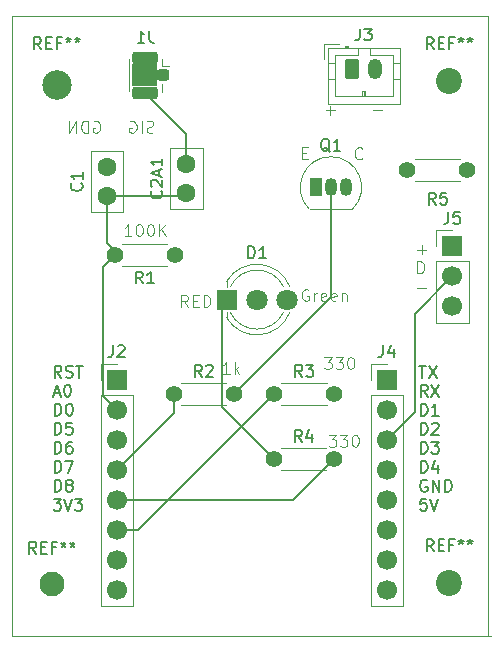
<source format=gbr>
%TF.GenerationSoftware,KiCad,Pcbnew,9.0.5*%
%TF.CreationDate,2026-01-12T15:34:45+09:00*%
%TF.ProjectId,main-board,6d61696e-2d62-46f6-9172-642e6b696361,rev?*%
%TF.SameCoordinates,Original*%
%TF.FileFunction,Paste,Top*%
%TF.FilePolarity,Positive*%
%FSLAX46Y46*%
G04 Gerber Fmt 4.6, Leading zero omitted, Abs format (unit mm)*
G04 Created by KiCad (PCBNEW 9.0.5) date 2026-01-12 15:34:45*
%MOMM*%
%LPD*%
G01*
G04 APERTURE LIST*
G04 Aperture macros list*
%AMRoundRect*
0 Rectangle with rounded corners*
0 $1 Rounding radius*
0 $2 $3 $4 $5 $6 $7 $8 $9 X,Y pos of 4 corners*
0 Add a 4 corners polygon primitive as box body*
4,1,4,$2,$3,$4,$5,$6,$7,$8,$9,$2,$3,0*
0 Add four circle primitives for the rounded corners*
1,1,$1+$1,$2,$3*
1,1,$1+$1,$4,$5*
1,1,$1+$1,$6,$7*
1,1,$1+$1,$8,$9*
0 Add four rect primitives between the rounded corners*
20,1,$1+$1,$2,$3,$4,$5,0*
20,1,$1+$1,$4,$5,$6,$7,0*
20,1,$1+$1,$6,$7,$8,$9,0*
20,1,$1+$1,$8,$9,$2,$3,0*%
G04 Aperture macros list end*
%TA.AperFunction,ComponentPad*%
%ADD10C,1.600000*%
%TD*%
%TA.AperFunction,ComponentPad*%
%ADD11C,1.400000*%
%TD*%
%TA.AperFunction,ComponentPad*%
%ADD12R,1.800000X1.800000*%
%TD*%
%TA.AperFunction,ComponentPad*%
%ADD13C,1.800000*%
%TD*%
%TA.AperFunction,ComponentPad*%
%ADD14R,1.050000X1.500000*%
%TD*%
%TA.AperFunction,ComponentPad*%
%ADD15O,1.050000X1.500000*%
%TD*%
%TA.AperFunction,ComponentPad*%
%ADD16RoundRect,0.250000X-0.350000X-0.625000X0.350000X-0.625000X0.350000X0.625000X-0.350000X0.625000X0*%
%TD*%
%TA.AperFunction,ComponentPad*%
%ADD17O,1.200000X1.750000*%
%TD*%
%TA.AperFunction,ComponentPad*%
%ADD18R,1.700000X1.700000*%
%TD*%
%TA.AperFunction,ComponentPad*%
%ADD19C,1.700000*%
%TD*%
%TA.AperFunction,SMDPad,CuDef*%
%ADD20RoundRect,0.250000X0.275000X0.250000X-0.275000X0.250000X-0.275000X-0.250000X0.275000X-0.250000X0*%
%TD*%
%TA.AperFunction,SMDPad,CuDef*%
%ADD21RoundRect,0.250000X0.850000X0.275000X-0.850000X0.275000X-0.850000X-0.275000X0.850000X-0.275000X0*%
%TD*%
%TA.AperFunction,Conductor*%
%ADD22C,0.200000*%
%TD*%
%ADD23C,1.600000*%
%ADD24C,2.500000*%
%ADD25C,2.100000*%
%ADD26C,1.400000*%
%ADD27C,2.200000*%
%ADD28R,1.800000X1.800000*%
%ADD29C,1.800000*%
%ADD30R,1.050000X1.500000*%
%ADD31O,1.050000X1.500000*%
%ADD32RoundRect,0.250000X-0.350000X-0.625000X0.350000X-0.625000X0.350000X0.625000X-0.350000X0.625000X0*%
%ADD33O,1.200000X1.750000*%
%ADD34R,1.700000X1.700000*%
%ADD35C,1.700000*%
%ADD36RoundRect,0.250000X0.275000X0.250000X-0.275000X0.250000X-0.275000X-0.250000X0.275000X-0.250000X0*%
%ADD37RoundRect,0.250000X0.850000X0.275000X-0.850000X0.275000X-0.850000X-0.275000X0.850000X-0.275000X0*%
%ADD38C,0.100000*%
%ADD39C,0.150000*%
%ADD40C,0.120000*%
%TA.AperFunction,NonConductor*%
%ADD41C,0.150000*%
%TD*%
%TA.AperFunction,Profile*%
%ADD42C,0.050000*%
%TD*%
G04 APERTURE END LIST*
D10*
%TO.P,C2A1,1*%
%TO.N,Net-(J2-Pin_2)*%
X139500000Y-87750000D03*
%TO.P,C2A1,2*%
%TO.N,GND*%
X139500000Y-85250000D03*
%TD*%
D11*
%TO.P,R5,1*%
%TO.N,Net-(J3-IR_LED+)*%
X158210000Y-85750000D03*
%TO.P,R5,2*%
%TO.N,Net-(J4-Pin_8)*%
X163290000Y-85750000D03*
%TD*%
D12*
%TO.P,D1,1,K1*%
%TO.N,Net-(D1-K1)*%
X142920000Y-96750000D03*
D13*
%TO.P,D1,2,A*%
%TO.N,GND*%
X145460000Y-96750000D03*
%TO.P,D1,3,K2*%
%TO.N,Net-(D1-K2)*%
X148000000Y-96750000D03*
%TD*%
D14*
%TO.P,Q1,1,E*%
%TO.N,GND*%
X150460000Y-87250000D03*
D15*
%TO.P,Q1,2,B*%
%TO.N,Net-(Q1-B)*%
X151730000Y-87250000D03*
%TO.P,Q1,3,C*%
%TO.N,Net-(J3-IR_LED-)*%
X153000000Y-87250000D03*
%TD*%
D11*
%TO.P,R2,1*%
%TO.N,Net-(J2-Pin_4)*%
X138420000Y-104750000D03*
%TO.P,R2,2*%
%TO.N,Net-(Q1-B)*%
X143500000Y-104750000D03*
%TD*%
D16*
%TO.P,J3,1,IR_LED+*%
%TO.N,Net-(J3-IR_LED+)*%
X153500000Y-77250000D03*
D17*
%TO.P,J3,2,IR_LED-*%
%TO.N,Net-(J3-IR_LED-)*%
X155500000Y-77250000D03*
%TD*%
D18*
%TO.P,J5,1,VCC*%
%TO.N,Net-(J4-Pin_8)*%
X162000000Y-92250000D03*
D19*
%TO.P,J5,2,DATA*%
%TO.N,Net-(J4-Pin_3)*%
X162000000Y-94790000D03*
%TO.P,J5,3,GND*%
%TO.N,GND*%
X162000000Y-97330000D03*
%TD*%
D11*
%TO.P,R3,1*%
%TO.N,Net-(J2-Pin_6)*%
X146920000Y-104750000D03*
%TO.P,R3,2*%
%TO.N,Net-(D1-K2)*%
X152000000Y-104750000D03*
%TD*%
%TO.P,R1,1*%
%TO.N,Net-(J1-EMI_SIG)*%
X138500000Y-93000000D03*
%TO.P,R1,2*%
%TO.N,Net-(J2-Pin_2)*%
X133420000Y-93000000D03*
%TD*%
D10*
%TO.P,C1,1*%
%TO.N,Net-(J2-Pin_2)*%
X132750000Y-88000000D03*
%TO.P,C1,2*%
%TO.N,GND*%
X132750000Y-85500000D03*
%TD*%
D18*
%TO.P,J4,1,Pin_1*%
%TO.N,unconnected-(J4-Pin_1-Pad1)*%
X156460000Y-103550000D03*
D19*
%TO.P,J4,2,Pin_2*%
%TO.N,unconnected-(J4-Pin_2-Pad2)*%
X156460000Y-106090000D03*
%TO.P,J4,3,Pin_3*%
%TO.N,Net-(J4-Pin_3)*%
X156460000Y-108630000D03*
%TO.P,J4,4,Pin_4*%
%TO.N,unconnected-(J4-Pin_4-Pad4)*%
X156460000Y-111170000D03*
%TO.P,J4,5,Pin_5*%
%TO.N,unconnected-(J4-Pin_5-Pad5)*%
X156460000Y-113710000D03*
%TO.P,J4,6,Pin_6*%
%TO.N,unconnected-(J4-Pin_6-Pad6)*%
X156460000Y-116250000D03*
%TO.P,J4,7,Pin_7*%
%TO.N,GND*%
X156460000Y-118790000D03*
%TO.P,J4,8,Pin_8*%
%TO.N,Net-(J4-Pin_8)*%
X156460000Y-121330000D03*
%TD*%
D18*
%TO.P,J2,1,Pin_1*%
%TO.N,unconnected-(J2-Pin_1-Pad1)*%
X133600000Y-103550000D03*
D19*
%TO.P,J2,2,Pin_2*%
%TO.N,Net-(J2-Pin_2)*%
X133600000Y-106090000D03*
%TO.P,J2,3,Pin_3*%
%TO.N,unconnected-(J2-Pin_3-Pad3)*%
X133600000Y-108630000D03*
%TO.P,J2,4,Pin_4*%
%TO.N,Net-(J2-Pin_4)*%
X133600000Y-111170000D03*
%TO.P,J2,5,Pin_5*%
%TO.N,Net-(J2-Pin_5)*%
X133600000Y-113710000D03*
%TO.P,J2,6,Pin_6*%
%TO.N,Net-(J2-Pin_6)*%
X133600000Y-116250000D03*
%TO.P,J2,7,Pin_7*%
%TO.N,unconnected-(J2-Pin_7-Pad7)*%
X133600000Y-118790000D03*
%TO.P,J2,8,Pin_8*%
%TO.N,unconnected-(J2-Pin_8-Pad8)*%
X133600000Y-121330000D03*
%TD*%
D11*
%TO.P,R4,1*%
%TO.N,Net-(D1-K1)*%
X146880000Y-110250000D03*
%TO.P,R4,2*%
%TO.N,Net-(J2-Pin_5)*%
X151960000Y-110250000D03*
%TD*%
D20*
%TO.P,J1,1,EMI_SIG*%
%TO.N,Net-(J1-EMI_SIG)*%
X137550000Y-77750000D03*
D21*
%TO.P,J1,2,GND*%
%TO.N,GND*%
X136025000Y-79225000D03*
X136025000Y-76275000D03*
%TD*%
D22*
%TO.N,GND*%
X136025000Y-79225000D02*
X139500000Y-82700000D01*
X139500000Y-82700000D02*
X139500000Y-85250000D01*
%TO.N,Net-(J2-Pin_6)*%
X146920000Y-104750000D02*
X135420000Y-116250000D01*
X135420000Y-116250000D02*
X133600000Y-116250000D01*
%TO.N,Net-(Q1-B)*%
X151730000Y-96520000D02*
X151730000Y-87250000D01*
X143500000Y-104750000D02*
X151730000Y-96520000D01*
%TD*%
%TO.C,J1*%
G36*
X137015000Y-76810000D02*
G01*
X134925000Y-76810000D01*
X134925000Y-78690000D01*
X137015000Y-78690000D01*
X137015000Y-76810000D01*
G37*
%TD*%
D23*
%TO.C,C2A1*%
X139500000Y-87750000D03*
X139500000Y-85250000D03*
%TD*%
D24*
%TO.C,REF\u002A\u002A*%
X128500000Y-78550000D03*
%TD*%
D25*
%TO.C,REF\u002A\u002A*%
X128100000Y-120850000D03*
%TD*%
D26*
%TO.C,R5*%
X158210000Y-85750000D03*
X163290000Y-85750000D03*
%TD*%
D27*
%TO.C,REF\u002A\u002A*%
X161750000Y-78250000D03*
%TD*%
D28*
%TO.C,D1*%
X142920000Y-96750000D03*
D29*
X145460000Y-96750000D03*
X148000000Y-96750000D03*
%TD*%
D30*
%TO.C,Q1*%
X150460000Y-87250000D03*
D31*
X151730000Y-87250000D03*
X153000000Y-87250000D03*
%TD*%
D26*
%TO.C,R2*%
X138420000Y-104750000D03*
X143500000Y-104750000D03*
%TD*%
D32*
%TO.C,J3*%
X153500000Y-77250000D03*
D33*
X155500000Y-77250000D03*
%TD*%
D34*
%TO.C,J5*%
X162000000Y-92250000D03*
D35*
X162000000Y-94790000D03*
X162000000Y-97330000D03*
%TD*%
D26*
%TO.C,R3*%
X146920000Y-104750000D03*
X152000000Y-104750000D03*
%TD*%
%TO.C,R1*%
X138500000Y-93000000D03*
X133420000Y-93000000D03*
%TD*%
D23*
%TO.C,C1*%
X132750000Y-88000000D03*
X132750000Y-85500000D03*
%TD*%
D34*
%TO.C,J4*%
X156460000Y-103550000D03*
D35*
X156460000Y-106090000D03*
X156460000Y-108630000D03*
X156460000Y-111170000D03*
X156460000Y-113710000D03*
X156460000Y-116250000D03*
X156460000Y-118790000D03*
X156460000Y-121330000D03*
%TD*%
D27*
%TO.C,REF\u002A\u002A*%
X161750000Y-120750000D03*
%TD*%
D34*
%TO.C,J2*%
X133600000Y-103550000D03*
D35*
X133600000Y-106090000D03*
X133600000Y-108630000D03*
X133600000Y-111170000D03*
X133600000Y-113710000D03*
X133600000Y-116250000D03*
X133600000Y-118790000D03*
X133600000Y-121330000D03*
%TD*%
D26*
%TO.C,R4*%
X146880000Y-110250000D03*
X151960000Y-110250000D03*
%TD*%
D36*
%TO.C,J1*%
X137550000Y-77750000D03*
D37*
X136025000Y-79225000D03*
X136025000Y-76275000D03*
%TD*%
D38*
X136703734Y-82574800D02*
X136560877Y-82622419D01*
X136560877Y-82622419D02*
X136322782Y-82622419D01*
X136322782Y-82622419D02*
X136227544Y-82574800D01*
X136227544Y-82574800D02*
X136179925Y-82527180D01*
X136179925Y-82527180D02*
X136132306Y-82431942D01*
X136132306Y-82431942D02*
X136132306Y-82336704D01*
X136132306Y-82336704D02*
X136179925Y-82241466D01*
X136179925Y-82241466D02*
X136227544Y-82193847D01*
X136227544Y-82193847D02*
X136322782Y-82146228D01*
X136322782Y-82146228D02*
X136513258Y-82098609D01*
X136513258Y-82098609D02*
X136608496Y-82050990D01*
X136608496Y-82050990D02*
X136656115Y-82003371D01*
X136656115Y-82003371D02*
X136703734Y-81908133D01*
X136703734Y-81908133D02*
X136703734Y-81812895D01*
X136703734Y-81812895D02*
X136656115Y-81717657D01*
X136656115Y-81717657D02*
X136608496Y-81670038D01*
X136608496Y-81670038D02*
X136513258Y-81622419D01*
X136513258Y-81622419D02*
X136275163Y-81622419D01*
X136275163Y-81622419D02*
X136132306Y-81670038D01*
X135703734Y-82622419D02*
X135703734Y-81622419D01*
X134703735Y-81670038D02*
X134798973Y-81622419D01*
X134798973Y-81622419D02*
X134941830Y-81622419D01*
X134941830Y-81622419D02*
X135084687Y-81670038D01*
X135084687Y-81670038D02*
X135179925Y-81765276D01*
X135179925Y-81765276D02*
X135227544Y-81860514D01*
X135227544Y-81860514D02*
X135275163Y-82050990D01*
X135275163Y-82050990D02*
X135275163Y-82193847D01*
X135275163Y-82193847D02*
X135227544Y-82384323D01*
X135227544Y-82384323D02*
X135179925Y-82479561D01*
X135179925Y-82479561D02*
X135084687Y-82574800D01*
X135084687Y-82574800D02*
X134941830Y-82622419D01*
X134941830Y-82622419D02*
X134846592Y-82622419D01*
X134846592Y-82622419D02*
X134703735Y-82574800D01*
X134703735Y-82574800D02*
X134656116Y-82527180D01*
X134656116Y-82527180D02*
X134656116Y-82193847D01*
X134656116Y-82193847D02*
X134846592Y-82193847D01*
X131632306Y-81670038D02*
X131727544Y-81622419D01*
X131727544Y-81622419D02*
X131870401Y-81622419D01*
X131870401Y-81622419D02*
X132013258Y-81670038D01*
X132013258Y-81670038D02*
X132108496Y-81765276D01*
X132108496Y-81765276D02*
X132156115Y-81860514D01*
X132156115Y-81860514D02*
X132203734Y-82050990D01*
X132203734Y-82050990D02*
X132203734Y-82193847D01*
X132203734Y-82193847D02*
X132156115Y-82384323D01*
X132156115Y-82384323D02*
X132108496Y-82479561D01*
X132108496Y-82479561D02*
X132013258Y-82574800D01*
X132013258Y-82574800D02*
X131870401Y-82622419D01*
X131870401Y-82622419D02*
X131775163Y-82622419D01*
X131775163Y-82622419D02*
X131632306Y-82574800D01*
X131632306Y-82574800D02*
X131584687Y-82527180D01*
X131584687Y-82527180D02*
X131584687Y-82193847D01*
X131584687Y-82193847D02*
X131775163Y-82193847D01*
X131156115Y-82622419D02*
X131156115Y-81622419D01*
X131156115Y-81622419D02*
X130918020Y-81622419D01*
X130918020Y-81622419D02*
X130775163Y-81670038D01*
X130775163Y-81670038D02*
X130679925Y-81765276D01*
X130679925Y-81765276D02*
X130632306Y-81860514D01*
X130632306Y-81860514D02*
X130584687Y-82050990D01*
X130584687Y-82050990D02*
X130584687Y-82193847D01*
X130584687Y-82193847D02*
X130632306Y-82384323D01*
X130632306Y-82384323D02*
X130679925Y-82479561D01*
X130679925Y-82479561D02*
X130775163Y-82574800D01*
X130775163Y-82574800D02*
X130918020Y-82622419D01*
X130918020Y-82622419D02*
X131156115Y-82622419D01*
X130156115Y-82622419D02*
X130156115Y-81622419D01*
X130156115Y-81622419D02*
X129584687Y-82622419D01*
X129584687Y-82622419D02*
X129584687Y-81622419D01*
D39*
X136358333Y-74004819D02*
X136358333Y-74719104D01*
X136358333Y-74719104D02*
X136405952Y-74861961D01*
X136405952Y-74861961D02*
X136501190Y-74957200D01*
X136501190Y-74957200D02*
X136644047Y-75004819D01*
X136644047Y-75004819D02*
X136739285Y-75004819D01*
X135358333Y-75004819D02*
X135929761Y-75004819D01*
X135644047Y-75004819D02*
X135644047Y-74004819D01*
X135644047Y-74004819D02*
X135739285Y-74147676D01*
X135739285Y-74147676D02*
X135834523Y-74242914D01*
X135834523Y-74242914D02*
X135929761Y-74290533D01*
D40*
%TO.C,J1*%
X134665000Y-76400000D02*
X134665000Y-79100000D01*
X137385000Y-76350000D02*
X137385000Y-76990000D01*
X137385000Y-76990000D02*
X138015000Y-76990000D01*
X137385000Y-79150000D02*
X137385000Y-78510000D01*
%TD*%
D39*
D41*
X159193922Y-102350211D02*
X159765350Y-102350211D01*
X159479636Y-103350211D02*
X159479636Y-102350211D01*
X160003446Y-102350211D02*
X160670112Y-103350211D01*
X160670112Y-102350211D02*
X160003446Y-103350211D01*
X159908207Y-104960155D02*
X159574874Y-104483964D01*
X159336779Y-104960155D02*
X159336779Y-103960155D01*
X159336779Y-103960155D02*
X159717731Y-103960155D01*
X159717731Y-103960155D02*
X159812969Y-104007774D01*
X159812969Y-104007774D02*
X159860588Y-104055393D01*
X159860588Y-104055393D02*
X159908207Y-104150631D01*
X159908207Y-104150631D02*
X159908207Y-104293488D01*
X159908207Y-104293488D02*
X159860588Y-104388726D01*
X159860588Y-104388726D02*
X159812969Y-104436345D01*
X159812969Y-104436345D02*
X159717731Y-104483964D01*
X159717731Y-104483964D02*
X159336779Y-104483964D01*
X160241541Y-103960155D02*
X160908207Y-104960155D01*
X160908207Y-103960155D02*
X160241541Y-104960155D01*
X159336779Y-106570099D02*
X159336779Y-105570099D01*
X159336779Y-105570099D02*
X159574874Y-105570099D01*
X159574874Y-105570099D02*
X159717731Y-105617718D01*
X159717731Y-105617718D02*
X159812969Y-105712956D01*
X159812969Y-105712956D02*
X159860588Y-105808194D01*
X159860588Y-105808194D02*
X159908207Y-105998670D01*
X159908207Y-105998670D02*
X159908207Y-106141527D01*
X159908207Y-106141527D02*
X159860588Y-106332003D01*
X159860588Y-106332003D02*
X159812969Y-106427241D01*
X159812969Y-106427241D02*
X159717731Y-106522480D01*
X159717731Y-106522480D02*
X159574874Y-106570099D01*
X159574874Y-106570099D02*
X159336779Y-106570099D01*
X160860588Y-106570099D02*
X160289160Y-106570099D01*
X160574874Y-106570099D02*
X160574874Y-105570099D01*
X160574874Y-105570099D02*
X160479636Y-105712956D01*
X160479636Y-105712956D02*
X160384398Y-105808194D01*
X160384398Y-105808194D02*
X160289160Y-105855813D01*
X159336779Y-108180043D02*
X159336779Y-107180043D01*
X159336779Y-107180043D02*
X159574874Y-107180043D01*
X159574874Y-107180043D02*
X159717731Y-107227662D01*
X159717731Y-107227662D02*
X159812969Y-107322900D01*
X159812969Y-107322900D02*
X159860588Y-107418138D01*
X159860588Y-107418138D02*
X159908207Y-107608614D01*
X159908207Y-107608614D02*
X159908207Y-107751471D01*
X159908207Y-107751471D02*
X159860588Y-107941947D01*
X159860588Y-107941947D02*
X159812969Y-108037185D01*
X159812969Y-108037185D02*
X159717731Y-108132424D01*
X159717731Y-108132424D02*
X159574874Y-108180043D01*
X159574874Y-108180043D02*
X159336779Y-108180043D01*
X160289160Y-107275281D02*
X160336779Y-107227662D01*
X160336779Y-107227662D02*
X160432017Y-107180043D01*
X160432017Y-107180043D02*
X160670112Y-107180043D01*
X160670112Y-107180043D02*
X160765350Y-107227662D01*
X160765350Y-107227662D02*
X160812969Y-107275281D01*
X160812969Y-107275281D02*
X160860588Y-107370519D01*
X160860588Y-107370519D02*
X160860588Y-107465757D01*
X160860588Y-107465757D02*
X160812969Y-107608614D01*
X160812969Y-107608614D02*
X160241541Y-108180043D01*
X160241541Y-108180043D02*
X160860588Y-108180043D01*
X159336779Y-109789987D02*
X159336779Y-108789987D01*
X159336779Y-108789987D02*
X159574874Y-108789987D01*
X159574874Y-108789987D02*
X159717731Y-108837606D01*
X159717731Y-108837606D02*
X159812969Y-108932844D01*
X159812969Y-108932844D02*
X159860588Y-109028082D01*
X159860588Y-109028082D02*
X159908207Y-109218558D01*
X159908207Y-109218558D02*
X159908207Y-109361415D01*
X159908207Y-109361415D02*
X159860588Y-109551891D01*
X159860588Y-109551891D02*
X159812969Y-109647129D01*
X159812969Y-109647129D02*
X159717731Y-109742368D01*
X159717731Y-109742368D02*
X159574874Y-109789987D01*
X159574874Y-109789987D02*
X159336779Y-109789987D01*
X160241541Y-108789987D02*
X160860588Y-108789987D01*
X160860588Y-108789987D02*
X160527255Y-109170939D01*
X160527255Y-109170939D02*
X160670112Y-109170939D01*
X160670112Y-109170939D02*
X160765350Y-109218558D01*
X160765350Y-109218558D02*
X160812969Y-109266177D01*
X160812969Y-109266177D02*
X160860588Y-109361415D01*
X160860588Y-109361415D02*
X160860588Y-109599510D01*
X160860588Y-109599510D02*
X160812969Y-109694748D01*
X160812969Y-109694748D02*
X160765350Y-109742368D01*
X160765350Y-109742368D02*
X160670112Y-109789987D01*
X160670112Y-109789987D02*
X160384398Y-109789987D01*
X160384398Y-109789987D02*
X160289160Y-109742368D01*
X160289160Y-109742368D02*
X160241541Y-109694748D01*
X159336779Y-111399931D02*
X159336779Y-110399931D01*
X159336779Y-110399931D02*
X159574874Y-110399931D01*
X159574874Y-110399931D02*
X159717731Y-110447550D01*
X159717731Y-110447550D02*
X159812969Y-110542788D01*
X159812969Y-110542788D02*
X159860588Y-110638026D01*
X159860588Y-110638026D02*
X159908207Y-110828502D01*
X159908207Y-110828502D02*
X159908207Y-110971359D01*
X159908207Y-110971359D02*
X159860588Y-111161835D01*
X159860588Y-111161835D02*
X159812969Y-111257073D01*
X159812969Y-111257073D02*
X159717731Y-111352312D01*
X159717731Y-111352312D02*
X159574874Y-111399931D01*
X159574874Y-111399931D02*
X159336779Y-111399931D01*
X160765350Y-110733264D02*
X160765350Y-111399931D01*
X160527255Y-110352312D02*
X160289160Y-111066597D01*
X160289160Y-111066597D02*
X160908207Y-111066597D01*
X159860588Y-112057494D02*
X159765350Y-112009875D01*
X159765350Y-112009875D02*
X159622493Y-112009875D01*
X159622493Y-112009875D02*
X159479636Y-112057494D01*
X159479636Y-112057494D02*
X159384398Y-112152732D01*
X159384398Y-112152732D02*
X159336779Y-112247970D01*
X159336779Y-112247970D02*
X159289160Y-112438446D01*
X159289160Y-112438446D02*
X159289160Y-112581303D01*
X159289160Y-112581303D02*
X159336779Y-112771779D01*
X159336779Y-112771779D02*
X159384398Y-112867017D01*
X159384398Y-112867017D02*
X159479636Y-112962256D01*
X159479636Y-112962256D02*
X159622493Y-113009875D01*
X159622493Y-113009875D02*
X159717731Y-113009875D01*
X159717731Y-113009875D02*
X159860588Y-112962256D01*
X159860588Y-112962256D02*
X159908207Y-112914636D01*
X159908207Y-112914636D02*
X159908207Y-112581303D01*
X159908207Y-112581303D02*
X159717731Y-112581303D01*
X160336779Y-113009875D02*
X160336779Y-112009875D01*
X160336779Y-112009875D02*
X160908207Y-113009875D01*
X160908207Y-113009875D02*
X160908207Y-112009875D01*
X161384398Y-113009875D02*
X161384398Y-112009875D01*
X161384398Y-112009875D02*
X161622493Y-112009875D01*
X161622493Y-112009875D02*
X161765350Y-112057494D01*
X161765350Y-112057494D02*
X161860588Y-112152732D01*
X161860588Y-112152732D02*
X161908207Y-112247970D01*
X161908207Y-112247970D02*
X161955826Y-112438446D01*
X161955826Y-112438446D02*
X161955826Y-112581303D01*
X161955826Y-112581303D02*
X161908207Y-112771779D01*
X161908207Y-112771779D02*
X161860588Y-112867017D01*
X161860588Y-112867017D02*
X161765350Y-112962256D01*
X161765350Y-112962256D02*
X161622493Y-113009875D01*
X161622493Y-113009875D02*
X161384398Y-113009875D01*
X159812969Y-113619819D02*
X159336779Y-113619819D01*
X159336779Y-113619819D02*
X159289160Y-114096009D01*
X159289160Y-114096009D02*
X159336779Y-114048390D01*
X159336779Y-114048390D02*
X159432017Y-114000771D01*
X159432017Y-114000771D02*
X159670112Y-114000771D01*
X159670112Y-114000771D02*
X159765350Y-114048390D01*
X159765350Y-114048390D02*
X159812969Y-114096009D01*
X159812969Y-114096009D02*
X159860588Y-114191247D01*
X159860588Y-114191247D02*
X159860588Y-114429342D01*
X159860588Y-114429342D02*
X159812969Y-114524580D01*
X159812969Y-114524580D02*
X159765350Y-114572200D01*
X159765350Y-114572200D02*
X159670112Y-114619819D01*
X159670112Y-114619819D02*
X159432017Y-114619819D01*
X159432017Y-114619819D02*
X159336779Y-114572200D01*
X159336779Y-114572200D02*
X159289160Y-114524580D01*
X160146303Y-113619819D02*
X160479636Y-114619819D01*
X160479636Y-114619819D02*
X160812969Y-113619819D01*
D10*
%TO.P,C2A1,1*%
%TO.N,Net-(J2-Pin_2)*%
X139500000Y-87750000D03*
%TO.P,C2A1,2*%
%TO.N,GND*%
X139500000Y-85250000D03*
%TD*%
D11*
%TO.P,R5,1*%
%TO.N,Net-(J3-IR_LED+)*%
X158210000Y-85750000D03*
%TO.P,R5,2*%
%TO.N,Net-(J4-Pin_8)*%
X163290000Y-85750000D03*
%TD*%
D12*
%TO.P,D1,1,K1*%
%TO.N,Net-(D1-K1)*%
X142920000Y-96750000D03*
D13*
%TO.P,D1,2,A*%
%TO.N,GND*%
X145460000Y-96750000D03*
%TO.P,D1,3,K2*%
%TO.N,Net-(D1-K2)*%
X148000000Y-96750000D03*
%TD*%
D14*
%TO.P,Q1,1,E*%
%TO.N,GND*%
X150460000Y-87250000D03*
D15*
%TO.P,Q1,2,B*%
%TO.N,Net-(Q1-B)*%
X151730000Y-87250000D03*
%TO.P,Q1,3,C*%
%TO.N,Net-(J3-IR_LED-)*%
X153000000Y-87250000D03*
%TD*%
D11*
%TO.P,R2,1*%
%TO.N,Net-(J2-Pin_4)*%
X138420000Y-104750000D03*
%TO.P,R2,2*%
%TO.N,Net-(Q1-B)*%
X143500000Y-104750000D03*
%TD*%
D16*
%TO.P,J3,1,IR_LED+*%
%TO.N,Net-(J3-IR_LED+)*%
X153500000Y-77250000D03*
D17*
%TO.P,J3,2,IR_LED-*%
%TO.N,Net-(J3-IR_LED-)*%
X155500000Y-77250000D03*
%TD*%
D18*
%TO.P,J5,1,VCC*%
%TO.N,Net-(J4-Pin_8)*%
X162000000Y-92250000D03*
D19*
%TO.P,J5,2,DATA*%
%TO.N,Net-(J4-Pin_3)*%
X162000000Y-94790000D03*
%TO.P,J5,3,GND*%
%TO.N,GND*%
X162000000Y-97330000D03*
%TD*%
D11*
%TO.P,R3,1*%
%TO.N,Net-(J2-Pin_6)*%
X146920000Y-104750000D03*
%TO.P,R3,2*%
%TO.N,Net-(D1-K2)*%
X152000000Y-104750000D03*
%TD*%
%TO.P,R1,1*%
%TO.N,Net-(J1-EMI_SIG)*%
X138500000Y-93000000D03*
%TO.P,R1,2*%
%TO.N,Net-(J2-Pin_2)*%
X133420000Y-93000000D03*
%TD*%
D10*
%TO.P,C1,1*%
%TO.N,Net-(J2-Pin_2)*%
X132750000Y-88000000D03*
%TO.P,C1,2*%
%TO.N,GND*%
X132750000Y-85500000D03*
%TD*%
D18*
%TO.P,J4,1,Pin_1*%
%TO.N,unconnected-(J4-Pin_1-Pad1)*%
X156460000Y-103550000D03*
D19*
%TO.P,J4,2,Pin_2*%
%TO.N,unconnected-(J4-Pin_2-Pad2)*%
X156460000Y-106090000D03*
%TO.P,J4,3,Pin_3*%
%TO.N,Net-(J4-Pin_3)*%
X156460000Y-108630000D03*
%TO.P,J4,4,Pin_4*%
%TO.N,unconnected-(J4-Pin_4-Pad4)*%
X156460000Y-111170000D03*
%TO.P,J4,5,Pin_5*%
%TO.N,unconnected-(J4-Pin_5-Pad5)*%
X156460000Y-113710000D03*
%TO.P,J4,6,Pin_6*%
%TO.N,unconnected-(J4-Pin_6-Pad6)*%
X156460000Y-116250000D03*
%TO.P,J4,7,Pin_7*%
%TO.N,GND*%
X156460000Y-118790000D03*
%TO.P,J4,8,Pin_8*%
%TO.N,Net-(J4-Pin_8)*%
X156460000Y-121330000D03*
%TD*%
D18*
%TO.P,J2,1,Pin_1*%
%TO.N,unconnected-(J2-Pin_1-Pad1)*%
X133600000Y-103550000D03*
D19*
%TO.P,J2,2,Pin_2*%
%TO.N,Net-(J2-Pin_2)*%
X133600000Y-106090000D03*
%TO.P,J2,3,Pin_3*%
%TO.N,unconnected-(J2-Pin_3-Pad3)*%
X133600000Y-108630000D03*
%TO.P,J2,4,Pin_4*%
%TO.N,Net-(J2-Pin_4)*%
X133600000Y-111170000D03*
%TO.P,J2,5,Pin_5*%
%TO.N,Net-(J2-Pin_5)*%
X133600000Y-113710000D03*
%TO.P,J2,6,Pin_6*%
%TO.N,Net-(J2-Pin_6)*%
X133600000Y-116250000D03*
%TO.P,J2,7,Pin_7*%
%TO.N,unconnected-(J2-Pin_7-Pad7)*%
X133600000Y-118790000D03*
%TO.P,J2,8,Pin_8*%
%TO.N,unconnected-(J2-Pin_8-Pad8)*%
X133600000Y-121330000D03*
%TD*%
D11*
%TO.P,R4,1*%
%TO.N,Net-(D1-K1)*%
X146880000Y-110250000D03*
%TO.P,R4,2*%
%TO.N,Net-(J2-Pin_5)*%
X151960000Y-110250000D03*
%TD*%
D22*
%TO.N,Net-(J2-Pin_2)*%
X132449000Y-93971000D02*
X132449000Y-104939000D01*
X132750000Y-92000000D02*
X132750000Y-88000000D01*
X133420000Y-92670000D02*
X132750000Y-92000000D01*
X139250000Y-88000000D02*
X139500000Y-87750000D01*
X132750000Y-88000000D02*
X139250000Y-88000000D01*
X133420000Y-93000000D02*
X132449000Y-93971000D01*
X132449000Y-104939000D02*
X133600000Y-106090000D01*
X133420000Y-93000000D02*
X133420000Y-92670000D01*
%TO.N,Net-(J2-Pin_5)*%
X148500000Y-113710000D02*
X133600000Y-113710000D01*
X151960000Y-110250000D02*
X148500000Y-113710000D01*
%TO.N,Net-(J2-Pin_4)*%
X138420000Y-104750000D02*
X138420000Y-106350000D01*
X138420000Y-106350000D02*
X133600000Y-111170000D01*
%TO.N,Net-(J4-Pin_3)*%
X162000000Y-94790000D02*
X158812922Y-97977078D01*
X158812922Y-97977078D02*
X158812922Y-106277078D01*
X158812922Y-106277078D02*
X156460000Y-108630000D01*
%TO.N,Net-(D1-K1)*%
X142499000Y-97171000D02*
X142499000Y-105869000D01*
X142920000Y-96750000D02*
X142499000Y-97171000D01*
X142499000Y-105869000D02*
X146880000Y-110250000D01*
%TD*%
D23*
%TO.C,C2A1*%
X139500000Y-87750000D03*
X139500000Y-85250000D03*
%TD*%
D24*
%TO.C,REF\u002A\u002A*%
X128500000Y-78550000D03*
%TD*%
D25*
%TO.C,REF\u002A\u002A*%
X128100000Y-120850000D03*
%TD*%
D26*
%TO.C,R5*%
X158210000Y-85750000D03*
X163290000Y-85750000D03*
%TD*%
D27*
%TO.C,REF\u002A\u002A*%
X161750000Y-78250000D03*
%TD*%
D28*
%TO.C,D1*%
X142920000Y-96750000D03*
D29*
X145460000Y-96750000D03*
X148000000Y-96750000D03*
%TD*%
D30*
%TO.C,Q1*%
X150460000Y-87250000D03*
D31*
X151730000Y-87250000D03*
X153000000Y-87250000D03*
%TD*%
D26*
%TO.C,R2*%
X138420000Y-104750000D03*
X143500000Y-104750000D03*
%TD*%
D32*
%TO.C,J3*%
X153500000Y-77250000D03*
D33*
X155500000Y-77250000D03*
%TD*%
D34*
%TO.C,J5*%
X162000000Y-92250000D03*
D35*
X162000000Y-94790000D03*
X162000000Y-97330000D03*
%TD*%
D26*
%TO.C,R3*%
X146920000Y-104750000D03*
X152000000Y-104750000D03*
%TD*%
%TO.C,R1*%
X138500000Y-93000000D03*
X133420000Y-93000000D03*
%TD*%
D23*
%TO.C,C1*%
X132750000Y-88000000D03*
X132750000Y-85500000D03*
%TD*%
D34*
%TO.C,J4*%
X156460000Y-103550000D03*
D35*
X156460000Y-106090000D03*
X156460000Y-108630000D03*
X156460000Y-111170000D03*
X156460000Y-113710000D03*
X156460000Y-116250000D03*
X156460000Y-118790000D03*
X156460000Y-121330000D03*
%TD*%
D27*
%TO.C,REF\u002A\u002A*%
X161750000Y-120750000D03*
%TD*%
D34*
%TO.C,J2*%
X133600000Y-103550000D03*
D35*
X133600000Y-106090000D03*
X133600000Y-108630000D03*
X133600000Y-111170000D03*
X133600000Y-113710000D03*
X133600000Y-116250000D03*
X133600000Y-118790000D03*
X133600000Y-121330000D03*
%TD*%
D26*
%TO.C,R4*%
X146880000Y-110250000D03*
X151960000Y-110250000D03*
%TD*%
D38*
X151288884Y-80741466D02*
X152050789Y-80741466D01*
X151669836Y-81122419D02*
X151669836Y-80360514D01*
X151168646Y-101622419D02*
X151787693Y-101622419D01*
X151787693Y-101622419D02*
X151454360Y-102003371D01*
X151454360Y-102003371D02*
X151597217Y-102003371D01*
X151597217Y-102003371D02*
X151692455Y-102050990D01*
X151692455Y-102050990D02*
X151740074Y-102098609D01*
X151740074Y-102098609D02*
X151787693Y-102193847D01*
X151787693Y-102193847D02*
X151787693Y-102431942D01*
X151787693Y-102431942D02*
X151740074Y-102527180D01*
X151740074Y-102527180D02*
X151692455Y-102574800D01*
X151692455Y-102574800D02*
X151597217Y-102622419D01*
X151597217Y-102622419D02*
X151311503Y-102622419D01*
X151311503Y-102622419D02*
X151216265Y-102574800D01*
X151216265Y-102574800D02*
X151168646Y-102527180D01*
X152121027Y-101622419D02*
X152740074Y-101622419D01*
X152740074Y-101622419D02*
X152406741Y-102003371D01*
X152406741Y-102003371D02*
X152549598Y-102003371D01*
X152549598Y-102003371D02*
X152644836Y-102050990D01*
X152644836Y-102050990D02*
X152692455Y-102098609D01*
X152692455Y-102098609D02*
X152740074Y-102193847D01*
X152740074Y-102193847D02*
X152740074Y-102431942D01*
X152740074Y-102431942D02*
X152692455Y-102527180D01*
X152692455Y-102527180D02*
X152644836Y-102574800D01*
X152644836Y-102574800D02*
X152549598Y-102622419D01*
X152549598Y-102622419D02*
X152263884Y-102622419D01*
X152263884Y-102622419D02*
X152168646Y-102574800D01*
X152168646Y-102574800D02*
X152121027Y-102527180D01*
X153359122Y-101622419D02*
X153454360Y-101622419D01*
X153454360Y-101622419D02*
X153549598Y-101670038D01*
X153549598Y-101670038D02*
X153597217Y-101717657D01*
X153597217Y-101717657D02*
X153644836Y-101812895D01*
X153644836Y-101812895D02*
X153692455Y-102003371D01*
X153692455Y-102003371D02*
X153692455Y-102241466D01*
X153692455Y-102241466D02*
X153644836Y-102431942D01*
X153644836Y-102431942D02*
X153597217Y-102527180D01*
X153597217Y-102527180D02*
X153549598Y-102574800D01*
X153549598Y-102574800D02*
X153454360Y-102622419D01*
X153454360Y-102622419D02*
X153359122Y-102622419D01*
X153359122Y-102622419D02*
X153263884Y-102574800D01*
X153263884Y-102574800D02*
X153216265Y-102527180D01*
X153216265Y-102527180D02*
X153168646Y-102431942D01*
X153168646Y-102431942D02*
X153121027Y-102241466D01*
X153121027Y-102241466D02*
X153121027Y-102003371D01*
X153121027Y-102003371D02*
X153168646Y-101812895D01*
X153168646Y-101812895D02*
X153216265Y-101717657D01*
X153216265Y-101717657D02*
X153263884Y-101670038D01*
X153263884Y-101670038D02*
X153359122Y-101622419D01*
X159053884Y-92521578D02*
X159815789Y-92521578D01*
X159434836Y-92902531D02*
X159434836Y-92140626D01*
X159053884Y-94512475D02*
X159053884Y-93512475D01*
X159053884Y-93512475D02*
X159291979Y-93512475D01*
X159291979Y-93512475D02*
X159434836Y-93560094D01*
X159434836Y-93560094D02*
X159530074Y-93655332D01*
X159530074Y-93655332D02*
X159577693Y-93750570D01*
X159577693Y-93750570D02*
X159625312Y-93941046D01*
X159625312Y-93941046D02*
X159625312Y-94083903D01*
X159625312Y-94083903D02*
X159577693Y-94274379D01*
X159577693Y-94274379D02*
X159530074Y-94369617D01*
X159530074Y-94369617D02*
X159434836Y-94464856D01*
X159434836Y-94464856D02*
X159291979Y-94512475D01*
X159291979Y-94512475D02*
X159053884Y-94512475D01*
X159053884Y-95741466D02*
X159815789Y-95741466D01*
X143160859Y-103040081D02*
X142589431Y-103040081D01*
X142875145Y-103040081D02*
X142875145Y-102040081D01*
X142875145Y-102040081D02*
X142779907Y-102182938D01*
X142779907Y-102182938D02*
X142684669Y-102278176D01*
X142684669Y-102278176D02*
X142589431Y-102325795D01*
X143589431Y-103040081D02*
X143589431Y-102040081D01*
X143684669Y-102659128D02*
X143970383Y-103040081D01*
X143970383Y-102373414D02*
X143589431Y-102754366D01*
X151548646Y-108202419D02*
X152167693Y-108202419D01*
X152167693Y-108202419D02*
X151834360Y-108583371D01*
X151834360Y-108583371D02*
X151977217Y-108583371D01*
X151977217Y-108583371D02*
X152072455Y-108630990D01*
X152072455Y-108630990D02*
X152120074Y-108678609D01*
X152120074Y-108678609D02*
X152167693Y-108773847D01*
X152167693Y-108773847D02*
X152167693Y-109011942D01*
X152167693Y-109011942D02*
X152120074Y-109107180D01*
X152120074Y-109107180D02*
X152072455Y-109154800D01*
X152072455Y-109154800D02*
X151977217Y-109202419D01*
X151977217Y-109202419D02*
X151691503Y-109202419D01*
X151691503Y-109202419D02*
X151596265Y-109154800D01*
X151596265Y-109154800D02*
X151548646Y-109107180D01*
X152501027Y-108202419D02*
X153120074Y-108202419D01*
X153120074Y-108202419D02*
X152786741Y-108583371D01*
X152786741Y-108583371D02*
X152929598Y-108583371D01*
X152929598Y-108583371D02*
X153024836Y-108630990D01*
X153024836Y-108630990D02*
X153072455Y-108678609D01*
X153072455Y-108678609D02*
X153120074Y-108773847D01*
X153120074Y-108773847D02*
X153120074Y-109011942D01*
X153120074Y-109011942D02*
X153072455Y-109107180D01*
X153072455Y-109107180D02*
X153024836Y-109154800D01*
X153024836Y-109154800D02*
X152929598Y-109202419D01*
X152929598Y-109202419D02*
X152643884Y-109202419D01*
X152643884Y-109202419D02*
X152548646Y-109154800D01*
X152548646Y-109154800D02*
X152501027Y-109107180D01*
X153739122Y-108202419D02*
X153834360Y-108202419D01*
X153834360Y-108202419D02*
X153929598Y-108250038D01*
X153929598Y-108250038D02*
X153977217Y-108297657D01*
X153977217Y-108297657D02*
X154024836Y-108392895D01*
X154024836Y-108392895D02*
X154072455Y-108583371D01*
X154072455Y-108583371D02*
X154072455Y-108821466D01*
X154072455Y-108821466D02*
X154024836Y-109011942D01*
X154024836Y-109011942D02*
X153977217Y-109107180D01*
X153977217Y-109107180D02*
X153929598Y-109154800D01*
X153929598Y-109154800D02*
X153834360Y-109202419D01*
X153834360Y-109202419D02*
X153739122Y-109202419D01*
X153739122Y-109202419D02*
X153643884Y-109154800D01*
X153643884Y-109154800D02*
X153596265Y-109107180D01*
X153596265Y-109107180D02*
X153548646Y-109011942D01*
X153548646Y-109011942D02*
X153501027Y-108821466D01*
X153501027Y-108821466D02*
X153501027Y-108583371D01*
X153501027Y-108583371D02*
X153548646Y-108392895D01*
X153548646Y-108392895D02*
X153596265Y-108297657D01*
X153596265Y-108297657D02*
X153643884Y-108250038D01*
X153643884Y-108250038D02*
X153739122Y-108202419D01*
X134827693Y-91372419D02*
X134256265Y-91372419D01*
X134541979Y-91372419D02*
X134541979Y-90372419D01*
X134541979Y-90372419D02*
X134446741Y-90515276D01*
X134446741Y-90515276D02*
X134351503Y-90610514D01*
X134351503Y-90610514D02*
X134256265Y-90658133D01*
X135446741Y-90372419D02*
X135541979Y-90372419D01*
X135541979Y-90372419D02*
X135637217Y-90420038D01*
X135637217Y-90420038D02*
X135684836Y-90467657D01*
X135684836Y-90467657D02*
X135732455Y-90562895D01*
X135732455Y-90562895D02*
X135780074Y-90753371D01*
X135780074Y-90753371D02*
X135780074Y-90991466D01*
X135780074Y-90991466D02*
X135732455Y-91181942D01*
X135732455Y-91181942D02*
X135684836Y-91277180D01*
X135684836Y-91277180D02*
X135637217Y-91324800D01*
X135637217Y-91324800D02*
X135541979Y-91372419D01*
X135541979Y-91372419D02*
X135446741Y-91372419D01*
X135446741Y-91372419D02*
X135351503Y-91324800D01*
X135351503Y-91324800D02*
X135303884Y-91277180D01*
X135303884Y-91277180D02*
X135256265Y-91181942D01*
X135256265Y-91181942D02*
X135208646Y-90991466D01*
X135208646Y-90991466D02*
X135208646Y-90753371D01*
X135208646Y-90753371D02*
X135256265Y-90562895D01*
X135256265Y-90562895D02*
X135303884Y-90467657D01*
X135303884Y-90467657D02*
X135351503Y-90420038D01*
X135351503Y-90420038D02*
X135446741Y-90372419D01*
X136399122Y-90372419D02*
X136494360Y-90372419D01*
X136494360Y-90372419D02*
X136589598Y-90420038D01*
X136589598Y-90420038D02*
X136637217Y-90467657D01*
X136637217Y-90467657D02*
X136684836Y-90562895D01*
X136684836Y-90562895D02*
X136732455Y-90753371D01*
X136732455Y-90753371D02*
X136732455Y-90991466D01*
X136732455Y-90991466D02*
X136684836Y-91181942D01*
X136684836Y-91181942D02*
X136637217Y-91277180D01*
X136637217Y-91277180D02*
X136589598Y-91324800D01*
X136589598Y-91324800D02*
X136494360Y-91372419D01*
X136494360Y-91372419D02*
X136399122Y-91372419D01*
X136399122Y-91372419D02*
X136303884Y-91324800D01*
X136303884Y-91324800D02*
X136256265Y-91277180D01*
X136256265Y-91277180D02*
X136208646Y-91181942D01*
X136208646Y-91181942D02*
X136161027Y-90991466D01*
X136161027Y-90991466D02*
X136161027Y-90753371D01*
X136161027Y-90753371D02*
X136208646Y-90562895D01*
X136208646Y-90562895D02*
X136256265Y-90467657D01*
X136256265Y-90467657D02*
X136303884Y-90420038D01*
X136303884Y-90420038D02*
X136399122Y-90372419D01*
X137161027Y-91372419D02*
X137161027Y-90372419D01*
X137732455Y-91372419D02*
X137303884Y-90800990D01*
X137732455Y-90372419D02*
X137161027Y-90943847D01*
X139625312Y-97372419D02*
X139291979Y-96896228D01*
X139053884Y-97372419D02*
X139053884Y-96372419D01*
X139053884Y-96372419D02*
X139434836Y-96372419D01*
X139434836Y-96372419D02*
X139530074Y-96420038D01*
X139530074Y-96420038D02*
X139577693Y-96467657D01*
X139577693Y-96467657D02*
X139625312Y-96562895D01*
X139625312Y-96562895D02*
X139625312Y-96705752D01*
X139625312Y-96705752D02*
X139577693Y-96800990D01*
X139577693Y-96800990D02*
X139530074Y-96848609D01*
X139530074Y-96848609D02*
X139434836Y-96896228D01*
X139434836Y-96896228D02*
X139053884Y-96896228D01*
X140053884Y-96848609D02*
X140387217Y-96848609D01*
X140530074Y-97372419D02*
X140053884Y-97372419D01*
X140053884Y-97372419D02*
X140053884Y-96372419D01*
X140053884Y-96372419D02*
X140530074Y-96372419D01*
X140958646Y-97372419D02*
X140958646Y-96372419D01*
X140958646Y-96372419D02*
X141196741Y-96372419D01*
X141196741Y-96372419D02*
X141339598Y-96420038D01*
X141339598Y-96420038D02*
X141434836Y-96515276D01*
X141434836Y-96515276D02*
X141482455Y-96610514D01*
X141482455Y-96610514D02*
X141530074Y-96800990D01*
X141530074Y-96800990D02*
X141530074Y-96943847D01*
X141530074Y-96943847D02*
X141482455Y-97134323D01*
X141482455Y-97134323D02*
X141434836Y-97229561D01*
X141434836Y-97229561D02*
X141339598Y-97324800D01*
X141339598Y-97324800D02*
X141196741Y-97372419D01*
X141196741Y-97372419D02*
X140958646Y-97372419D01*
X155263884Y-80741466D02*
X156025789Y-80741466D01*
X154375312Y-84777180D02*
X154327693Y-84824800D01*
X154327693Y-84824800D02*
X154184836Y-84872419D01*
X154184836Y-84872419D02*
X154089598Y-84872419D01*
X154089598Y-84872419D02*
X153946741Y-84824800D01*
X153946741Y-84824800D02*
X153851503Y-84729561D01*
X153851503Y-84729561D02*
X153803884Y-84634323D01*
X153803884Y-84634323D02*
X153756265Y-84443847D01*
X153756265Y-84443847D02*
X153756265Y-84300990D01*
X153756265Y-84300990D02*
X153803884Y-84110514D01*
X153803884Y-84110514D02*
X153851503Y-84015276D01*
X153851503Y-84015276D02*
X153946741Y-83920038D01*
X153946741Y-83920038D02*
X154089598Y-83872419D01*
X154089598Y-83872419D02*
X154184836Y-83872419D01*
X154184836Y-83872419D02*
X154327693Y-83920038D01*
X154327693Y-83920038D02*
X154375312Y-83967657D01*
X149827693Y-95920038D02*
X149732455Y-95872419D01*
X149732455Y-95872419D02*
X149589598Y-95872419D01*
X149589598Y-95872419D02*
X149446741Y-95920038D01*
X149446741Y-95920038D02*
X149351503Y-96015276D01*
X149351503Y-96015276D02*
X149303884Y-96110514D01*
X149303884Y-96110514D02*
X149256265Y-96300990D01*
X149256265Y-96300990D02*
X149256265Y-96443847D01*
X149256265Y-96443847D02*
X149303884Y-96634323D01*
X149303884Y-96634323D02*
X149351503Y-96729561D01*
X149351503Y-96729561D02*
X149446741Y-96824800D01*
X149446741Y-96824800D02*
X149589598Y-96872419D01*
X149589598Y-96872419D02*
X149684836Y-96872419D01*
X149684836Y-96872419D02*
X149827693Y-96824800D01*
X149827693Y-96824800D02*
X149875312Y-96777180D01*
X149875312Y-96777180D02*
X149875312Y-96443847D01*
X149875312Y-96443847D02*
X149684836Y-96443847D01*
X150303884Y-96872419D02*
X150303884Y-96205752D01*
X150303884Y-96396228D02*
X150351503Y-96300990D01*
X150351503Y-96300990D02*
X150399122Y-96253371D01*
X150399122Y-96253371D02*
X150494360Y-96205752D01*
X150494360Y-96205752D02*
X150589598Y-96205752D01*
X151303884Y-96824800D02*
X151208646Y-96872419D01*
X151208646Y-96872419D02*
X151018170Y-96872419D01*
X151018170Y-96872419D02*
X150922932Y-96824800D01*
X150922932Y-96824800D02*
X150875313Y-96729561D01*
X150875313Y-96729561D02*
X150875313Y-96348609D01*
X150875313Y-96348609D02*
X150922932Y-96253371D01*
X150922932Y-96253371D02*
X151018170Y-96205752D01*
X151018170Y-96205752D02*
X151208646Y-96205752D01*
X151208646Y-96205752D02*
X151303884Y-96253371D01*
X151303884Y-96253371D02*
X151351503Y-96348609D01*
X151351503Y-96348609D02*
X151351503Y-96443847D01*
X151351503Y-96443847D02*
X150875313Y-96539085D01*
X152161027Y-96824800D02*
X152065789Y-96872419D01*
X152065789Y-96872419D02*
X151875313Y-96872419D01*
X151875313Y-96872419D02*
X151780075Y-96824800D01*
X151780075Y-96824800D02*
X151732456Y-96729561D01*
X151732456Y-96729561D02*
X151732456Y-96348609D01*
X151732456Y-96348609D02*
X151780075Y-96253371D01*
X151780075Y-96253371D02*
X151875313Y-96205752D01*
X151875313Y-96205752D02*
X152065789Y-96205752D01*
X152065789Y-96205752D02*
X152161027Y-96253371D01*
X152161027Y-96253371D02*
X152208646Y-96348609D01*
X152208646Y-96348609D02*
X152208646Y-96443847D01*
X152208646Y-96443847D02*
X151732456Y-96539085D01*
X152637218Y-96205752D02*
X152637218Y-96872419D01*
X152637218Y-96300990D02*
X152684837Y-96253371D01*
X152684837Y-96253371D02*
X152780075Y-96205752D01*
X152780075Y-96205752D02*
X152922932Y-96205752D01*
X152922932Y-96205752D02*
X153018170Y-96253371D01*
X153018170Y-96253371D02*
X153065789Y-96348609D01*
X153065789Y-96348609D02*
X153065789Y-96872419D01*
X149303884Y-84348609D02*
X149637217Y-84348609D01*
X149780074Y-84872419D02*
X149303884Y-84872419D01*
X149303884Y-84872419D02*
X149303884Y-83872419D01*
X149303884Y-83872419D02*
X149780074Y-83872419D01*
D39*
X128908207Y-103350211D02*
X128574874Y-102874020D01*
X128336779Y-103350211D02*
X128336779Y-102350211D01*
X128336779Y-102350211D02*
X128717731Y-102350211D01*
X128717731Y-102350211D02*
X128812969Y-102397830D01*
X128812969Y-102397830D02*
X128860588Y-102445449D01*
X128860588Y-102445449D02*
X128908207Y-102540687D01*
X128908207Y-102540687D02*
X128908207Y-102683544D01*
X128908207Y-102683544D02*
X128860588Y-102778782D01*
X128860588Y-102778782D02*
X128812969Y-102826401D01*
X128812969Y-102826401D02*
X128717731Y-102874020D01*
X128717731Y-102874020D02*
X128336779Y-102874020D01*
X129289160Y-103302592D02*
X129432017Y-103350211D01*
X129432017Y-103350211D02*
X129670112Y-103350211D01*
X129670112Y-103350211D02*
X129765350Y-103302592D01*
X129765350Y-103302592D02*
X129812969Y-103254972D01*
X129812969Y-103254972D02*
X129860588Y-103159734D01*
X129860588Y-103159734D02*
X129860588Y-103064496D01*
X129860588Y-103064496D02*
X129812969Y-102969258D01*
X129812969Y-102969258D02*
X129765350Y-102921639D01*
X129765350Y-102921639D02*
X129670112Y-102874020D01*
X129670112Y-102874020D02*
X129479636Y-102826401D01*
X129479636Y-102826401D02*
X129384398Y-102778782D01*
X129384398Y-102778782D02*
X129336779Y-102731163D01*
X129336779Y-102731163D02*
X129289160Y-102635925D01*
X129289160Y-102635925D02*
X129289160Y-102540687D01*
X129289160Y-102540687D02*
X129336779Y-102445449D01*
X129336779Y-102445449D02*
X129384398Y-102397830D01*
X129384398Y-102397830D02*
X129479636Y-102350211D01*
X129479636Y-102350211D02*
X129717731Y-102350211D01*
X129717731Y-102350211D02*
X129860588Y-102397830D01*
X130146303Y-102350211D02*
X130717731Y-102350211D01*
X130432017Y-103350211D02*
X130432017Y-102350211D01*
X128289160Y-104674440D02*
X128765350Y-104674440D01*
X128193922Y-104960155D02*
X128527255Y-103960155D01*
X128527255Y-103960155D02*
X128860588Y-104960155D01*
X129384398Y-103960155D02*
X129479636Y-103960155D01*
X129479636Y-103960155D02*
X129574874Y-104007774D01*
X129574874Y-104007774D02*
X129622493Y-104055393D01*
X129622493Y-104055393D02*
X129670112Y-104150631D01*
X129670112Y-104150631D02*
X129717731Y-104341107D01*
X129717731Y-104341107D02*
X129717731Y-104579202D01*
X129717731Y-104579202D02*
X129670112Y-104769678D01*
X129670112Y-104769678D02*
X129622493Y-104864916D01*
X129622493Y-104864916D02*
X129574874Y-104912536D01*
X129574874Y-104912536D02*
X129479636Y-104960155D01*
X129479636Y-104960155D02*
X129384398Y-104960155D01*
X129384398Y-104960155D02*
X129289160Y-104912536D01*
X129289160Y-104912536D02*
X129241541Y-104864916D01*
X129241541Y-104864916D02*
X129193922Y-104769678D01*
X129193922Y-104769678D02*
X129146303Y-104579202D01*
X129146303Y-104579202D02*
X129146303Y-104341107D01*
X129146303Y-104341107D02*
X129193922Y-104150631D01*
X129193922Y-104150631D02*
X129241541Y-104055393D01*
X129241541Y-104055393D02*
X129289160Y-104007774D01*
X129289160Y-104007774D02*
X129384398Y-103960155D01*
X128336779Y-106570099D02*
X128336779Y-105570099D01*
X128336779Y-105570099D02*
X128574874Y-105570099D01*
X128574874Y-105570099D02*
X128717731Y-105617718D01*
X128717731Y-105617718D02*
X128812969Y-105712956D01*
X128812969Y-105712956D02*
X128860588Y-105808194D01*
X128860588Y-105808194D02*
X128908207Y-105998670D01*
X128908207Y-105998670D02*
X128908207Y-106141527D01*
X128908207Y-106141527D02*
X128860588Y-106332003D01*
X128860588Y-106332003D02*
X128812969Y-106427241D01*
X128812969Y-106427241D02*
X128717731Y-106522480D01*
X128717731Y-106522480D02*
X128574874Y-106570099D01*
X128574874Y-106570099D02*
X128336779Y-106570099D01*
X129527255Y-105570099D02*
X129622493Y-105570099D01*
X129622493Y-105570099D02*
X129717731Y-105617718D01*
X129717731Y-105617718D02*
X129765350Y-105665337D01*
X129765350Y-105665337D02*
X129812969Y-105760575D01*
X129812969Y-105760575D02*
X129860588Y-105951051D01*
X129860588Y-105951051D02*
X129860588Y-106189146D01*
X129860588Y-106189146D02*
X129812969Y-106379622D01*
X129812969Y-106379622D02*
X129765350Y-106474860D01*
X129765350Y-106474860D02*
X129717731Y-106522480D01*
X129717731Y-106522480D02*
X129622493Y-106570099D01*
X129622493Y-106570099D02*
X129527255Y-106570099D01*
X129527255Y-106570099D02*
X129432017Y-106522480D01*
X129432017Y-106522480D02*
X129384398Y-106474860D01*
X129384398Y-106474860D02*
X129336779Y-106379622D01*
X129336779Y-106379622D02*
X129289160Y-106189146D01*
X129289160Y-106189146D02*
X129289160Y-105951051D01*
X129289160Y-105951051D02*
X129336779Y-105760575D01*
X129336779Y-105760575D02*
X129384398Y-105665337D01*
X129384398Y-105665337D02*
X129432017Y-105617718D01*
X129432017Y-105617718D02*
X129527255Y-105570099D01*
X128336779Y-108180043D02*
X128336779Y-107180043D01*
X128336779Y-107180043D02*
X128574874Y-107180043D01*
X128574874Y-107180043D02*
X128717731Y-107227662D01*
X128717731Y-107227662D02*
X128812969Y-107322900D01*
X128812969Y-107322900D02*
X128860588Y-107418138D01*
X128860588Y-107418138D02*
X128908207Y-107608614D01*
X128908207Y-107608614D02*
X128908207Y-107751471D01*
X128908207Y-107751471D02*
X128860588Y-107941947D01*
X128860588Y-107941947D02*
X128812969Y-108037185D01*
X128812969Y-108037185D02*
X128717731Y-108132424D01*
X128717731Y-108132424D02*
X128574874Y-108180043D01*
X128574874Y-108180043D02*
X128336779Y-108180043D01*
X129812969Y-107180043D02*
X129336779Y-107180043D01*
X129336779Y-107180043D02*
X129289160Y-107656233D01*
X129289160Y-107656233D02*
X129336779Y-107608614D01*
X129336779Y-107608614D02*
X129432017Y-107560995D01*
X129432017Y-107560995D02*
X129670112Y-107560995D01*
X129670112Y-107560995D02*
X129765350Y-107608614D01*
X129765350Y-107608614D02*
X129812969Y-107656233D01*
X129812969Y-107656233D02*
X129860588Y-107751471D01*
X129860588Y-107751471D02*
X129860588Y-107989566D01*
X129860588Y-107989566D02*
X129812969Y-108084804D01*
X129812969Y-108084804D02*
X129765350Y-108132424D01*
X129765350Y-108132424D02*
X129670112Y-108180043D01*
X129670112Y-108180043D02*
X129432017Y-108180043D01*
X129432017Y-108180043D02*
X129336779Y-108132424D01*
X129336779Y-108132424D02*
X129289160Y-108084804D01*
X128336779Y-109789987D02*
X128336779Y-108789987D01*
X128336779Y-108789987D02*
X128574874Y-108789987D01*
X128574874Y-108789987D02*
X128717731Y-108837606D01*
X128717731Y-108837606D02*
X128812969Y-108932844D01*
X128812969Y-108932844D02*
X128860588Y-109028082D01*
X128860588Y-109028082D02*
X128908207Y-109218558D01*
X128908207Y-109218558D02*
X128908207Y-109361415D01*
X128908207Y-109361415D02*
X128860588Y-109551891D01*
X128860588Y-109551891D02*
X128812969Y-109647129D01*
X128812969Y-109647129D02*
X128717731Y-109742368D01*
X128717731Y-109742368D02*
X128574874Y-109789987D01*
X128574874Y-109789987D02*
X128336779Y-109789987D01*
X129765350Y-108789987D02*
X129574874Y-108789987D01*
X129574874Y-108789987D02*
X129479636Y-108837606D01*
X129479636Y-108837606D02*
X129432017Y-108885225D01*
X129432017Y-108885225D02*
X129336779Y-109028082D01*
X129336779Y-109028082D02*
X129289160Y-109218558D01*
X129289160Y-109218558D02*
X129289160Y-109599510D01*
X129289160Y-109599510D02*
X129336779Y-109694748D01*
X129336779Y-109694748D02*
X129384398Y-109742368D01*
X129384398Y-109742368D02*
X129479636Y-109789987D01*
X129479636Y-109789987D02*
X129670112Y-109789987D01*
X129670112Y-109789987D02*
X129765350Y-109742368D01*
X129765350Y-109742368D02*
X129812969Y-109694748D01*
X129812969Y-109694748D02*
X129860588Y-109599510D01*
X129860588Y-109599510D02*
X129860588Y-109361415D01*
X129860588Y-109361415D02*
X129812969Y-109266177D01*
X129812969Y-109266177D02*
X129765350Y-109218558D01*
X129765350Y-109218558D02*
X129670112Y-109170939D01*
X129670112Y-109170939D02*
X129479636Y-109170939D01*
X129479636Y-109170939D02*
X129384398Y-109218558D01*
X129384398Y-109218558D02*
X129336779Y-109266177D01*
X129336779Y-109266177D02*
X129289160Y-109361415D01*
X128336779Y-111399931D02*
X128336779Y-110399931D01*
X128336779Y-110399931D02*
X128574874Y-110399931D01*
X128574874Y-110399931D02*
X128717731Y-110447550D01*
X128717731Y-110447550D02*
X128812969Y-110542788D01*
X128812969Y-110542788D02*
X128860588Y-110638026D01*
X128860588Y-110638026D02*
X128908207Y-110828502D01*
X128908207Y-110828502D02*
X128908207Y-110971359D01*
X128908207Y-110971359D02*
X128860588Y-111161835D01*
X128860588Y-111161835D02*
X128812969Y-111257073D01*
X128812969Y-111257073D02*
X128717731Y-111352312D01*
X128717731Y-111352312D02*
X128574874Y-111399931D01*
X128574874Y-111399931D02*
X128336779Y-111399931D01*
X129241541Y-110399931D02*
X129908207Y-110399931D01*
X129908207Y-110399931D02*
X129479636Y-111399931D01*
X128336779Y-113009875D02*
X128336779Y-112009875D01*
X128336779Y-112009875D02*
X128574874Y-112009875D01*
X128574874Y-112009875D02*
X128717731Y-112057494D01*
X128717731Y-112057494D02*
X128812969Y-112152732D01*
X128812969Y-112152732D02*
X128860588Y-112247970D01*
X128860588Y-112247970D02*
X128908207Y-112438446D01*
X128908207Y-112438446D02*
X128908207Y-112581303D01*
X128908207Y-112581303D02*
X128860588Y-112771779D01*
X128860588Y-112771779D02*
X128812969Y-112867017D01*
X128812969Y-112867017D02*
X128717731Y-112962256D01*
X128717731Y-112962256D02*
X128574874Y-113009875D01*
X128574874Y-113009875D02*
X128336779Y-113009875D01*
X129479636Y-112438446D02*
X129384398Y-112390827D01*
X129384398Y-112390827D02*
X129336779Y-112343208D01*
X129336779Y-112343208D02*
X129289160Y-112247970D01*
X129289160Y-112247970D02*
X129289160Y-112200351D01*
X129289160Y-112200351D02*
X129336779Y-112105113D01*
X129336779Y-112105113D02*
X129384398Y-112057494D01*
X129384398Y-112057494D02*
X129479636Y-112009875D01*
X129479636Y-112009875D02*
X129670112Y-112009875D01*
X129670112Y-112009875D02*
X129765350Y-112057494D01*
X129765350Y-112057494D02*
X129812969Y-112105113D01*
X129812969Y-112105113D02*
X129860588Y-112200351D01*
X129860588Y-112200351D02*
X129860588Y-112247970D01*
X129860588Y-112247970D02*
X129812969Y-112343208D01*
X129812969Y-112343208D02*
X129765350Y-112390827D01*
X129765350Y-112390827D02*
X129670112Y-112438446D01*
X129670112Y-112438446D02*
X129479636Y-112438446D01*
X129479636Y-112438446D02*
X129384398Y-112486065D01*
X129384398Y-112486065D02*
X129336779Y-112533684D01*
X129336779Y-112533684D02*
X129289160Y-112628922D01*
X129289160Y-112628922D02*
X129289160Y-112819398D01*
X129289160Y-112819398D02*
X129336779Y-112914636D01*
X129336779Y-112914636D02*
X129384398Y-112962256D01*
X129384398Y-112962256D02*
X129479636Y-113009875D01*
X129479636Y-113009875D02*
X129670112Y-113009875D01*
X129670112Y-113009875D02*
X129765350Y-112962256D01*
X129765350Y-112962256D02*
X129812969Y-112914636D01*
X129812969Y-112914636D02*
X129860588Y-112819398D01*
X129860588Y-112819398D02*
X129860588Y-112628922D01*
X129860588Y-112628922D02*
X129812969Y-112533684D01*
X129812969Y-112533684D02*
X129765350Y-112486065D01*
X129765350Y-112486065D02*
X129670112Y-112438446D01*
X128241541Y-113619819D02*
X128860588Y-113619819D01*
X128860588Y-113619819D02*
X128527255Y-114000771D01*
X128527255Y-114000771D02*
X128670112Y-114000771D01*
X128670112Y-114000771D02*
X128765350Y-114048390D01*
X128765350Y-114048390D02*
X128812969Y-114096009D01*
X128812969Y-114096009D02*
X128860588Y-114191247D01*
X128860588Y-114191247D02*
X128860588Y-114429342D01*
X128860588Y-114429342D02*
X128812969Y-114524580D01*
X128812969Y-114524580D02*
X128765350Y-114572200D01*
X128765350Y-114572200D02*
X128670112Y-114619819D01*
X128670112Y-114619819D02*
X128384398Y-114619819D01*
X128384398Y-114619819D02*
X128289160Y-114572200D01*
X128289160Y-114572200D02*
X128241541Y-114524580D01*
X129146303Y-113619819D02*
X129479636Y-114619819D01*
X129479636Y-114619819D02*
X129812969Y-113619819D01*
X130051065Y-113619819D02*
X130670112Y-113619819D01*
X130670112Y-113619819D02*
X130336779Y-114000771D01*
X130336779Y-114000771D02*
X130479636Y-114000771D01*
X130479636Y-114000771D02*
X130574874Y-114048390D01*
X130574874Y-114048390D02*
X130622493Y-114096009D01*
X130622493Y-114096009D02*
X130670112Y-114191247D01*
X130670112Y-114191247D02*
X130670112Y-114429342D01*
X130670112Y-114429342D02*
X130622493Y-114524580D01*
X130622493Y-114524580D02*
X130574874Y-114572200D01*
X130574874Y-114572200D02*
X130479636Y-114619819D01*
X130479636Y-114619819D02*
X130193922Y-114619819D01*
X130193922Y-114619819D02*
X130098684Y-114572200D01*
X130098684Y-114572200D02*
X130051065Y-114524580D01*
X137359580Y-87571428D02*
X137407200Y-87619047D01*
X137407200Y-87619047D02*
X137454819Y-87761904D01*
X137454819Y-87761904D02*
X137454819Y-87857142D01*
X137454819Y-87857142D02*
X137407200Y-87999999D01*
X137407200Y-87999999D02*
X137311961Y-88095237D01*
X137311961Y-88095237D02*
X137216723Y-88142856D01*
X137216723Y-88142856D02*
X137026247Y-88190475D01*
X137026247Y-88190475D02*
X136883390Y-88190475D01*
X136883390Y-88190475D02*
X136692914Y-88142856D01*
X136692914Y-88142856D02*
X136597676Y-88095237D01*
X136597676Y-88095237D02*
X136502438Y-87999999D01*
X136502438Y-87999999D02*
X136454819Y-87857142D01*
X136454819Y-87857142D02*
X136454819Y-87761904D01*
X136454819Y-87761904D02*
X136502438Y-87619047D01*
X136502438Y-87619047D02*
X136550057Y-87571428D01*
X136550057Y-87190475D02*
X136502438Y-87142856D01*
X136502438Y-87142856D02*
X136454819Y-87047618D01*
X136454819Y-87047618D02*
X136454819Y-86809523D01*
X136454819Y-86809523D02*
X136502438Y-86714285D01*
X136502438Y-86714285D02*
X136550057Y-86666666D01*
X136550057Y-86666666D02*
X136645295Y-86619047D01*
X136645295Y-86619047D02*
X136740533Y-86619047D01*
X136740533Y-86619047D02*
X136883390Y-86666666D01*
X136883390Y-86666666D02*
X137454819Y-87238094D01*
X137454819Y-87238094D02*
X137454819Y-86619047D01*
X137169104Y-86238094D02*
X137169104Y-85761904D01*
X137454819Y-86333332D02*
X136454819Y-85999999D01*
X136454819Y-85999999D02*
X137454819Y-85666666D01*
X137454819Y-84809523D02*
X137454819Y-85380951D01*
X137454819Y-85095237D02*
X136454819Y-85095237D01*
X136454819Y-85095237D02*
X136597676Y-85190475D01*
X136597676Y-85190475D02*
X136692914Y-85285713D01*
X136692914Y-85285713D02*
X136740533Y-85380951D01*
X127166666Y-75554819D02*
X126833333Y-75078628D01*
X126595238Y-75554819D02*
X126595238Y-74554819D01*
X126595238Y-74554819D02*
X126976190Y-74554819D01*
X126976190Y-74554819D02*
X127071428Y-74602438D01*
X127071428Y-74602438D02*
X127119047Y-74650057D01*
X127119047Y-74650057D02*
X127166666Y-74745295D01*
X127166666Y-74745295D02*
X127166666Y-74888152D01*
X127166666Y-74888152D02*
X127119047Y-74983390D01*
X127119047Y-74983390D02*
X127071428Y-75031009D01*
X127071428Y-75031009D02*
X126976190Y-75078628D01*
X126976190Y-75078628D02*
X126595238Y-75078628D01*
X127595238Y-75031009D02*
X127928571Y-75031009D01*
X128071428Y-75554819D02*
X127595238Y-75554819D01*
X127595238Y-75554819D02*
X127595238Y-74554819D01*
X127595238Y-74554819D02*
X128071428Y-74554819D01*
X128833333Y-75031009D02*
X128500000Y-75031009D01*
X128500000Y-75554819D02*
X128500000Y-74554819D01*
X128500000Y-74554819D02*
X128976190Y-74554819D01*
X129500000Y-74554819D02*
X129500000Y-74792914D01*
X129261905Y-74697676D02*
X129500000Y-74792914D01*
X129500000Y-74792914D02*
X129738095Y-74697676D01*
X129357143Y-74983390D02*
X129500000Y-74792914D01*
X129500000Y-74792914D02*
X129642857Y-74983390D01*
X130261905Y-74554819D02*
X130261905Y-74792914D01*
X130023810Y-74697676D02*
X130261905Y-74792914D01*
X130261905Y-74792914D02*
X130500000Y-74697676D01*
X130119048Y-74983390D02*
X130261905Y-74792914D01*
X130261905Y-74792914D02*
X130404762Y-74983390D01*
X126766666Y-118254819D02*
X126433333Y-117778628D01*
X126195238Y-118254819D02*
X126195238Y-117254819D01*
X126195238Y-117254819D02*
X126576190Y-117254819D01*
X126576190Y-117254819D02*
X126671428Y-117302438D01*
X126671428Y-117302438D02*
X126719047Y-117350057D01*
X126719047Y-117350057D02*
X126766666Y-117445295D01*
X126766666Y-117445295D02*
X126766666Y-117588152D01*
X126766666Y-117588152D02*
X126719047Y-117683390D01*
X126719047Y-117683390D02*
X126671428Y-117731009D01*
X126671428Y-117731009D02*
X126576190Y-117778628D01*
X126576190Y-117778628D02*
X126195238Y-117778628D01*
X127195238Y-117731009D02*
X127528571Y-117731009D01*
X127671428Y-118254819D02*
X127195238Y-118254819D01*
X127195238Y-118254819D02*
X127195238Y-117254819D01*
X127195238Y-117254819D02*
X127671428Y-117254819D01*
X128433333Y-117731009D02*
X128100000Y-117731009D01*
X128100000Y-118254819D02*
X128100000Y-117254819D01*
X128100000Y-117254819D02*
X128576190Y-117254819D01*
X129100000Y-117254819D02*
X129100000Y-117492914D01*
X128861905Y-117397676D02*
X129100000Y-117492914D01*
X129100000Y-117492914D02*
X129338095Y-117397676D01*
X128957143Y-117683390D02*
X129100000Y-117492914D01*
X129100000Y-117492914D02*
X129242857Y-117683390D01*
X129861905Y-117254819D02*
X129861905Y-117492914D01*
X129623810Y-117397676D02*
X129861905Y-117492914D01*
X129861905Y-117492914D02*
X130100000Y-117397676D01*
X129719048Y-117683390D02*
X129861905Y-117492914D01*
X129861905Y-117492914D02*
X130004762Y-117683390D01*
X160583333Y-88704819D02*
X160250000Y-88228628D01*
X160011905Y-88704819D02*
X160011905Y-87704819D01*
X160011905Y-87704819D02*
X160392857Y-87704819D01*
X160392857Y-87704819D02*
X160488095Y-87752438D01*
X160488095Y-87752438D02*
X160535714Y-87800057D01*
X160535714Y-87800057D02*
X160583333Y-87895295D01*
X160583333Y-87895295D02*
X160583333Y-88038152D01*
X160583333Y-88038152D02*
X160535714Y-88133390D01*
X160535714Y-88133390D02*
X160488095Y-88181009D01*
X160488095Y-88181009D02*
X160392857Y-88228628D01*
X160392857Y-88228628D02*
X160011905Y-88228628D01*
X161488095Y-87704819D02*
X161011905Y-87704819D01*
X161011905Y-87704819D02*
X160964286Y-88181009D01*
X160964286Y-88181009D02*
X161011905Y-88133390D01*
X161011905Y-88133390D02*
X161107143Y-88085771D01*
X161107143Y-88085771D02*
X161345238Y-88085771D01*
X161345238Y-88085771D02*
X161440476Y-88133390D01*
X161440476Y-88133390D02*
X161488095Y-88181009D01*
X161488095Y-88181009D02*
X161535714Y-88276247D01*
X161535714Y-88276247D02*
X161535714Y-88514342D01*
X161535714Y-88514342D02*
X161488095Y-88609580D01*
X161488095Y-88609580D02*
X161440476Y-88657200D01*
X161440476Y-88657200D02*
X161345238Y-88704819D01*
X161345238Y-88704819D02*
X161107143Y-88704819D01*
X161107143Y-88704819D02*
X161011905Y-88657200D01*
X161011905Y-88657200D02*
X160964286Y-88609580D01*
X160416666Y-75554819D02*
X160083333Y-75078628D01*
X159845238Y-75554819D02*
X159845238Y-74554819D01*
X159845238Y-74554819D02*
X160226190Y-74554819D01*
X160226190Y-74554819D02*
X160321428Y-74602438D01*
X160321428Y-74602438D02*
X160369047Y-74650057D01*
X160369047Y-74650057D02*
X160416666Y-74745295D01*
X160416666Y-74745295D02*
X160416666Y-74888152D01*
X160416666Y-74888152D02*
X160369047Y-74983390D01*
X160369047Y-74983390D02*
X160321428Y-75031009D01*
X160321428Y-75031009D02*
X160226190Y-75078628D01*
X160226190Y-75078628D02*
X159845238Y-75078628D01*
X160845238Y-75031009D02*
X161178571Y-75031009D01*
X161321428Y-75554819D02*
X160845238Y-75554819D01*
X160845238Y-75554819D02*
X160845238Y-74554819D01*
X160845238Y-74554819D02*
X161321428Y-74554819D01*
X162083333Y-75031009D02*
X161750000Y-75031009D01*
X161750000Y-75554819D02*
X161750000Y-74554819D01*
X161750000Y-74554819D02*
X162226190Y-74554819D01*
X162750000Y-74554819D02*
X162750000Y-74792914D01*
X162511905Y-74697676D02*
X162750000Y-74792914D01*
X162750000Y-74792914D02*
X162988095Y-74697676D01*
X162607143Y-74983390D02*
X162750000Y-74792914D01*
X162750000Y-74792914D02*
X162892857Y-74983390D01*
X163511905Y-74554819D02*
X163511905Y-74792914D01*
X163273810Y-74697676D02*
X163511905Y-74792914D01*
X163511905Y-74792914D02*
X163750000Y-74697676D01*
X163369048Y-74983390D02*
X163511905Y-74792914D01*
X163511905Y-74792914D02*
X163654762Y-74983390D01*
X144721905Y-93244819D02*
X144721905Y-92244819D01*
X144721905Y-92244819D02*
X144960000Y-92244819D01*
X144960000Y-92244819D02*
X145102857Y-92292438D01*
X145102857Y-92292438D02*
X145198095Y-92387676D01*
X145198095Y-92387676D02*
X145245714Y-92482914D01*
X145245714Y-92482914D02*
X145293333Y-92673390D01*
X145293333Y-92673390D02*
X145293333Y-92816247D01*
X145293333Y-92816247D02*
X145245714Y-93006723D01*
X145245714Y-93006723D02*
X145198095Y-93101961D01*
X145198095Y-93101961D02*
X145102857Y-93197200D01*
X145102857Y-93197200D02*
X144960000Y-93244819D01*
X144960000Y-93244819D02*
X144721905Y-93244819D01*
X146245714Y-93244819D02*
X145674286Y-93244819D01*
X145960000Y-93244819D02*
X145960000Y-92244819D01*
X145960000Y-92244819D02*
X145864762Y-92387676D01*
X145864762Y-92387676D02*
X145769524Y-92482914D01*
X145769524Y-92482914D02*
X145674286Y-92530533D01*
X151634761Y-84240057D02*
X151539523Y-84192438D01*
X151539523Y-84192438D02*
X151444285Y-84097200D01*
X151444285Y-84097200D02*
X151301428Y-83954342D01*
X151301428Y-83954342D02*
X151206190Y-83906723D01*
X151206190Y-83906723D02*
X151110952Y-83906723D01*
X151158571Y-84144819D02*
X151063333Y-84097200D01*
X151063333Y-84097200D02*
X150968095Y-84001961D01*
X150968095Y-84001961D02*
X150920476Y-83811485D01*
X150920476Y-83811485D02*
X150920476Y-83478152D01*
X150920476Y-83478152D02*
X150968095Y-83287676D01*
X150968095Y-83287676D02*
X151063333Y-83192438D01*
X151063333Y-83192438D02*
X151158571Y-83144819D01*
X151158571Y-83144819D02*
X151349047Y-83144819D01*
X151349047Y-83144819D02*
X151444285Y-83192438D01*
X151444285Y-83192438D02*
X151539523Y-83287676D01*
X151539523Y-83287676D02*
X151587142Y-83478152D01*
X151587142Y-83478152D02*
X151587142Y-83811485D01*
X151587142Y-83811485D02*
X151539523Y-84001961D01*
X151539523Y-84001961D02*
X151444285Y-84097200D01*
X151444285Y-84097200D02*
X151349047Y-84144819D01*
X151349047Y-84144819D02*
X151158571Y-84144819D01*
X152539523Y-84144819D02*
X151968095Y-84144819D01*
X152253809Y-84144819D02*
X152253809Y-83144819D01*
X152253809Y-83144819D02*
X152158571Y-83287676D01*
X152158571Y-83287676D02*
X152063333Y-83382914D01*
X152063333Y-83382914D02*
X151968095Y-83430533D01*
X140793333Y-103284819D02*
X140460000Y-102808628D01*
X140221905Y-103284819D02*
X140221905Y-102284819D01*
X140221905Y-102284819D02*
X140602857Y-102284819D01*
X140602857Y-102284819D02*
X140698095Y-102332438D01*
X140698095Y-102332438D02*
X140745714Y-102380057D01*
X140745714Y-102380057D02*
X140793333Y-102475295D01*
X140793333Y-102475295D02*
X140793333Y-102618152D01*
X140793333Y-102618152D02*
X140745714Y-102713390D01*
X140745714Y-102713390D02*
X140698095Y-102761009D01*
X140698095Y-102761009D02*
X140602857Y-102808628D01*
X140602857Y-102808628D02*
X140221905Y-102808628D01*
X141174286Y-102380057D02*
X141221905Y-102332438D01*
X141221905Y-102332438D02*
X141317143Y-102284819D01*
X141317143Y-102284819D02*
X141555238Y-102284819D01*
X141555238Y-102284819D02*
X141650476Y-102332438D01*
X141650476Y-102332438D02*
X141698095Y-102380057D01*
X141698095Y-102380057D02*
X141745714Y-102475295D01*
X141745714Y-102475295D02*
X141745714Y-102570533D01*
X141745714Y-102570533D02*
X141698095Y-102713390D01*
X141698095Y-102713390D02*
X141126667Y-103284819D01*
X141126667Y-103284819D02*
X141745714Y-103284819D01*
X154166666Y-73804819D02*
X154166666Y-74519104D01*
X154166666Y-74519104D02*
X154119047Y-74661961D01*
X154119047Y-74661961D02*
X154023809Y-74757200D01*
X154023809Y-74757200D02*
X153880952Y-74804819D01*
X153880952Y-74804819D02*
X153785714Y-74804819D01*
X154547619Y-73804819D02*
X155166666Y-73804819D01*
X155166666Y-73804819D02*
X154833333Y-74185771D01*
X154833333Y-74185771D02*
X154976190Y-74185771D01*
X154976190Y-74185771D02*
X155071428Y-74233390D01*
X155071428Y-74233390D02*
X155119047Y-74281009D01*
X155119047Y-74281009D02*
X155166666Y-74376247D01*
X155166666Y-74376247D02*
X155166666Y-74614342D01*
X155166666Y-74614342D02*
X155119047Y-74709580D01*
X155119047Y-74709580D02*
X155071428Y-74757200D01*
X155071428Y-74757200D02*
X154976190Y-74804819D01*
X154976190Y-74804819D02*
X154690476Y-74804819D01*
X154690476Y-74804819D02*
X154595238Y-74757200D01*
X154595238Y-74757200D02*
X154547619Y-74709580D01*
X161666666Y-89324819D02*
X161666666Y-90039104D01*
X161666666Y-90039104D02*
X161619047Y-90181961D01*
X161619047Y-90181961D02*
X161523809Y-90277200D01*
X161523809Y-90277200D02*
X161380952Y-90324819D01*
X161380952Y-90324819D02*
X161285714Y-90324819D01*
X162619047Y-89324819D02*
X162142857Y-89324819D01*
X162142857Y-89324819D02*
X162095238Y-89801009D01*
X162095238Y-89801009D02*
X162142857Y-89753390D01*
X162142857Y-89753390D02*
X162238095Y-89705771D01*
X162238095Y-89705771D02*
X162476190Y-89705771D01*
X162476190Y-89705771D02*
X162571428Y-89753390D01*
X162571428Y-89753390D02*
X162619047Y-89801009D01*
X162619047Y-89801009D02*
X162666666Y-89896247D01*
X162666666Y-89896247D02*
X162666666Y-90134342D01*
X162666666Y-90134342D02*
X162619047Y-90229580D01*
X162619047Y-90229580D02*
X162571428Y-90277200D01*
X162571428Y-90277200D02*
X162476190Y-90324819D01*
X162476190Y-90324819D02*
X162238095Y-90324819D01*
X162238095Y-90324819D02*
X162142857Y-90277200D01*
X162142857Y-90277200D02*
X162095238Y-90229580D01*
X149293333Y-103284819D02*
X148960000Y-102808628D01*
X148721905Y-103284819D02*
X148721905Y-102284819D01*
X148721905Y-102284819D02*
X149102857Y-102284819D01*
X149102857Y-102284819D02*
X149198095Y-102332438D01*
X149198095Y-102332438D02*
X149245714Y-102380057D01*
X149245714Y-102380057D02*
X149293333Y-102475295D01*
X149293333Y-102475295D02*
X149293333Y-102618152D01*
X149293333Y-102618152D02*
X149245714Y-102713390D01*
X149245714Y-102713390D02*
X149198095Y-102761009D01*
X149198095Y-102761009D02*
X149102857Y-102808628D01*
X149102857Y-102808628D02*
X148721905Y-102808628D01*
X149626667Y-102284819D02*
X150245714Y-102284819D01*
X150245714Y-102284819D02*
X149912381Y-102665771D01*
X149912381Y-102665771D02*
X150055238Y-102665771D01*
X150055238Y-102665771D02*
X150150476Y-102713390D01*
X150150476Y-102713390D02*
X150198095Y-102761009D01*
X150198095Y-102761009D02*
X150245714Y-102856247D01*
X150245714Y-102856247D02*
X150245714Y-103094342D01*
X150245714Y-103094342D02*
X150198095Y-103189580D01*
X150198095Y-103189580D02*
X150150476Y-103237200D01*
X150150476Y-103237200D02*
X150055238Y-103284819D01*
X150055238Y-103284819D02*
X149769524Y-103284819D01*
X149769524Y-103284819D02*
X149674286Y-103237200D01*
X149674286Y-103237200D02*
X149626667Y-103189580D01*
X135793333Y-95374819D02*
X135460000Y-94898628D01*
X135221905Y-95374819D02*
X135221905Y-94374819D01*
X135221905Y-94374819D02*
X135602857Y-94374819D01*
X135602857Y-94374819D02*
X135698095Y-94422438D01*
X135698095Y-94422438D02*
X135745714Y-94470057D01*
X135745714Y-94470057D02*
X135793333Y-94565295D01*
X135793333Y-94565295D02*
X135793333Y-94708152D01*
X135793333Y-94708152D02*
X135745714Y-94803390D01*
X135745714Y-94803390D02*
X135698095Y-94851009D01*
X135698095Y-94851009D02*
X135602857Y-94898628D01*
X135602857Y-94898628D02*
X135221905Y-94898628D01*
X136745714Y-95374819D02*
X136174286Y-95374819D01*
X136460000Y-95374819D02*
X136460000Y-94374819D01*
X136460000Y-94374819D02*
X136364762Y-94517676D01*
X136364762Y-94517676D02*
X136269524Y-94612914D01*
X136269524Y-94612914D02*
X136174286Y-94660533D01*
X130609580Y-86916666D02*
X130657200Y-86964285D01*
X130657200Y-86964285D02*
X130704819Y-87107142D01*
X130704819Y-87107142D02*
X130704819Y-87202380D01*
X130704819Y-87202380D02*
X130657200Y-87345237D01*
X130657200Y-87345237D02*
X130561961Y-87440475D01*
X130561961Y-87440475D02*
X130466723Y-87488094D01*
X130466723Y-87488094D02*
X130276247Y-87535713D01*
X130276247Y-87535713D02*
X130133390Y-87535713D01*
X130133390Y-87535713D02*
X129942914Y-87488094D01*
X129942914Y-87488094D02*
X129847676Y-87440475D01*
X129847676Y-87440475D02*
X129752438Y-87345237D01*
X129752438Y-87345237D02*
X129704819Y-87202380D01*
X129704819Y-87202380D02*
X129704819Y-87107142D01*
X129704819Y-87107142D02*
X129752438Y-86964285D01*
X129752438Y-86964285D02*
X129800057Y-86916666D01*
X130704819Y-85964285D02*
X130704819Y-86535713D01*
X130704819Y-86249999D02*
X129704819Y-86249999D01*
X129704819Y-86249999D02*
X129847676Y-86345237D01*
X129847676Y-86345237D02*
X129942914Y-86440475D01*
X129942914Y-86440475D02*
X129990533Y-86535713D01*
X156126666Y-100624819D02*
X156126666Y-101339104D01*
X156126666Y-101339104D02*
X156079047Y-101481961D01*
X156079047Y-101481961D02*
X155983809Y-101577200D01*
X155983809Y-101577200D02*
X155840952Y-101624819D01*
X155840952Y-101624819D02*
X155745714Y-101624819D01*
X157031428Y-100958152D02*
X157031428Y-101624819D01*
X156793333Y-100577200D02*
X156555238Y-101291485D01*
X156555238Y-101291485D02*
X157174285Y-101291485D01*
X160416666Y-118054819D02*
X160083333Y-117578628D01*
X159845238Y-118054819D02*
X159845238Y-117054819D01*
X159845238Y-117054819D02*
X160226190Y-117054819D01*
X160226190Y-117054819D02*
X160321428Y-117102438D01*
X160321428Y-117102438D02*
X160369047Y-117150057D01*
X160369047Y-117150057D02*
X160416666Y-117245295D01*
X160416666Y-117245295D02*
X160416666Y-117388152D01*
X160416666Y-117388152D02*
X160369047Y-117483390D01*
X160369047Y-117483390D02*
X160321428Y-117531009D01*
X160321428Y-117531009D02*
X160226190Y-117578628D01*
X160226190Y-117578628D02*
X159845238Y-117578628D01*
X160845238Y-117531009D02*
X161178571Y-117531009D01*
X161321428Y-118054819D02*
X160845238Y-118054819D01*
X160845238Y-118054819D02*
X160845238Y-117054819D01*
X160845238Y-117054819D02*
X161321428Y-117054819D01*
X162083333Y-117531009D02*
X161750000Y-117531009D01*
X161750000Y-118054819D02*
X161750000Y-117054819D01*
X161750000Y-117054819D02*
X162226190Y-117054819D01*
X162750000Y-117054819D02*
X162750000Y-117292914D01*
X162511905Y-117197676D02*
X162750000Y-117292914D01*
X162750000Y-117292914D02*
X162988095Y-117197676D01*
X162607143Y-117483390D02*
X162750000Y-117292914D01*
X162750000Y-117292914D02*
X162892857Y-117483390D01*
X163511905Y-117054819D02*
X163511905Y-117292914D01*
X163273810Y-117197676D02*
X163511905Y-117292914D01*
X163511905Y-117292914D02*
X163750000Y-117197676D01*
X163369048Y-117483390D02*
X163511905Y-117292914D01*
X163511905Y-117292914D02*
X163654762Y-117483390D01*
X133266666Y-100624819D02*
X133266666Y-101339104D01*
X133266666Y-101339104D02*
X133219047Y-101481961D01*
X133219047Y-101481961D02*
X133123809Y-101577200D01*
X133123809Y-101577200D02*
X132980952Y-101624819D01*
X132980952Y-101624819D02*
X132885714Y-101624819D01*
X133695238Y-100720057D02*
X133742857Y-100672438D01*
X133742857Y-100672438D02*
X133838095Y-100624819D01*
X133838095Y-100624819D02*
X134076190Y-100624819D01*
X134076190Y-100624819D02*
X134171428Y-100672438D01*
X134171428Y-100672438D02*
X134219047Y-100720057D01*
X134219047Y-100720057D02*
X134266666Y-100815295D01*
X134266666Y-100815295D02*
X134266666Y-100910533D01*
X134266666Y-100910533D02*
X134219047Y-101053390D01*
X134219047Y-101053390D02*
X133647619Y-101624819D01*
X133647619Y-101624819D02*
X134266666Y-101624819D01*
X149253333Y-108784819D02*
X148920000Y-108308628D01*
X148681905Y-108784819D02*
X148681905Y-107784819D01*
X148681905Y-107784819D02*
X149062857Y-107784819D01*
X149062857Y-107784819D02*
X149158095Y-107832438D01*
X149158095Y-107832438D02*
X149205714Y-107880057D01*
X149205714Y-107880057D02*
X149253333Y-107975295D01*
X149253333Y-107975295D02*
X149253333Y-108118152D01*
X149253333Y-108118152D02*
X149205714Y-108213390D01*
X149205714Y-108213390D02*
X149158095Y-108261009D01*
X149158095Y-108261009D02*
X149062857Y-108308628D01*
X149062857Y-108308628D02*
X148681905Y-108308628D01*
X150110476Y-108118152D02*
X150110476Y-108784819D01*
X149872381Y-107737200D02*
X149634286Y-108451485D01*
X149634286Y-108451485D02*
X150253333Y-108451485D01*
D40*
%TO.C,C2A1*%
X138130000Y-83880000D02*
X140870000Y-83880000D01*
X138130000Y-89120000D02*
X138130000Y-83880000D01*
X140870000Y-83880000D02*
X140870000Y-89120000D01*
X140870000Y-89120000D02*
X138130000Y-89120000D01*
%TO.C,R5*%
X158830000Y-84830000D02*
X162670000Y-84830000D01*
X158830000Y-86670000D02*
X162670000Y-86670000D01*
%TO.C,D1*%
X142900000Y-95205000D02*
X142900000Y-95670000D01*
X142900000Y-97830000D02*
X142900000Y-98295000D01*
X142900000Y-95205170D02*
G75*
G02*
X148248136Y-95670000I2560000J-1544830D01*
G01*
X143205316Y-95670000D02*
G75*
G02*
X147714684Y-95670000I2254684J-1080000D01*
G01*
X147714684Y-97830000D02*
G75*
G02*
X143205316Y-97830000I-2254684J1080000D01*
G01*
X148248136Y-97830000D02*
G75*
G02*
X142900000Y-98294830I-2788136J1080000D01*
G01*
%TO.C,Q1*%
X149930000Y-89100000D02*
X153530000Y-89100000D01*
X149891522Y-89088478D02*
G75*
G02*
X151730000Y-84649999I1838478J1838478D01*
G01*
X151730000Y-84650000D02*
G75*
G02*
X153568478Y-89088478I0J-2600000D01*
G01*
%TO.C,R2*%
X139040000Y-103830000D02*
X142880000Y-103830000D01*
X139040000Y-105670000D02*
X142880000Y-105670000D01*
%TO.C,J3*%
X151140000Y-75140000D02*
X151140000Y-76390000D01*
X151440000Y-75440000D02*
X151440000Y-80160000D01*
X151440000Y-76750000D02*
X152050000Y-76750000D01*
X151440000Y-78050000D02*
X152050000Y-78050000D01*
X151440000Y-80160000D02*
X157560000Y-80160000D01*
X152050000Y-76050000D02*
X152050000Y-79550000D01*
X152050000Y-79550000D02*
X156950000Y-79550000D01*
X152390000Y-75140000D02*
X151140000Y-75140000D01*
X152900000Y-75240000D02*
X152900000Y-75440000D01*
X153200000Y-75240000D02*
X152900000Y-75240000D01*
X153200000Y-75340000D02*
X152900000Y-75340000D01*
X153200000Y-75440000D02*
X153200000Y-75240000D01*
X154000000Y-75440000D02*
X154000000Y-76050000D01*
X154000000Y-76050000D02*
X152050000Y-76050000D01*
X154400000Y-79050000D02*
X154600000Y-79050000D01*
X154400000Y-79550000D02*
X154400000Y-79050000D01*
X154500000Y-79550000D02*
X154500000Y-79050000D01*
X154600000Y-79050000D02*
X154600000Y-79550000D01*
X155000000Y-76050000D02*
X155000000Y-75440000D01*
X156950000Y-76050000D02*
X155000000Y-76050000D01*
X156950000Y-79550000D02*
X156950000Y-76050000D01*
X157560000Y-75440000D02*
X151440000Y-75440000D01*
X157560000Y-76750000D02*
X156950000Y-76750000D01*
X157560000Y-78050000D02*
X156950000Y-78050000D01*
X157560000Y-80160000D02*
X157560000Y-75440000D01*
%TO.C,J5*%
X160620000Y-90870000D02*
X162000000Y-90870000D01*
X160620000Y-92250000D02*
X160620000Y-90870000D01*
X160620000Y-93520000D02*
X160620000Y-98710000D01*
X160620000Y-93520000D02*
X163380000Y-93520000D01*
X160620000Y-98710000D02*
X163380000Y-98710000D01*
X163380000Y-93520000D02*
X163380000Y-98710000D01*
%TO.C,R3*%
X147540000Y-103830000D02*
X151380000Y-103830000D01*
X147540000Y-105670000D02*
X151380000Y-105670000D01*
%TO.C,R1*%
X137880000Y-92080000D02*
X134040000Y-92080000D01*
X137880000Y-93920000D02*
X134040000Y-93920000D01*
%TO.C,C1*%
X131380000Y-84130000D02*
X134120000Y-84130000D01*
X131380000Y-89370000D02*
X131380000Y-84130000D01*
X134120000Y-84130000D02*
X134120000Y-89370000D01*
X134120000Y-89370000D02*
X131380000Y-89370000D01*
%TO.C,J4*%
X155080000Y-102170000D02*
X156460000Y-102170000D01*
X155080000Y-103550000D02*
X155080000Y-102170000D01*
X155080000Y-104820000D02*
X155080000Y-122710000D01*
X155080000Y-104820000D02*
X157840000Y-104820000D01*
X155080000Y-122710000D02*
X157840000Y-122710000D01*
X157840000Y-104820000D02*
X157840000Y-122710000D01*
%TO.C,J2*%
X132220000Y-102170000D02*
X133600000Y-102170000D01*
X132220000Y-103550000D02*
X132220000Y-102170000D01*
X132220000Y-104820000D02*
X132220000Y-122710000D01*
X132220000Y-104820000D02*
X134980000Y-104820000D01*
X132220000Y-122710000D02*
X134980000Y-122710000D01*
X134980000Y-104820000D02*
X134980000Y-122710000D01*
%TO.C,R4*%
X147500000Y-109330000D02*
X151340000Y-109330000D01*
X147500000Y-111170000D02*
X151340000Y-111170000D01*
%TD*%
D42*
X124750000Y-125250000D02*
X165250000Y-125250000D01*
X124750000Y-72750000D02*
X124750000Y-125250415D01*
X165000000Y-72750000D02*
X165000000Y-125250000D01*
X124750000Y-72750000D02*
X165000776Y-72750000D01*
M02*

</source>
